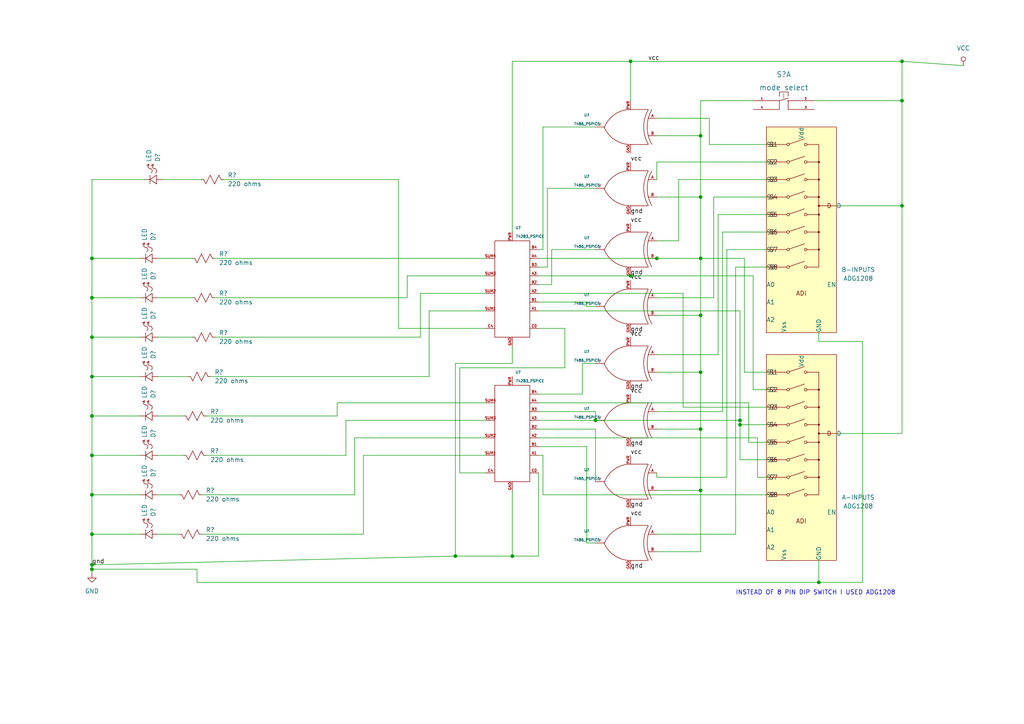
<source format=kicad_sch>
(kicad_sch (version 20211123) (generator eeschema)

  (uuid c34a5fd7-49fc-47c9-a006-cb6f65f80535)

  (paper "A4")

  (lib_symbols
    (symbol "LTspice_Switches:ADG1208" (pin_numbers hide) (pin_names (offset 0.0254)) (in_bom yes) (on_board yes)
      (property "Reference" "X" (id 0) (at 5.08 25.4 0)
        (effects (font (size 1.27 1.27)) (justify bottom))
      )
      (property "Value" "ADG1208" (id 1) (at 0 -27.94 0)
        (effects (font (size 1.27 1.27)))
      )
      (property "Footprint" "" (id 2) (at 0 0 0)
        (effects (font (size 1.27 1.27)) hide)
      )
      (property "Datasheet" "" (id 3) (at 0 0 0)
        (effects (font (size 1.27 1.27)) hide)
      )
      (property "Field5" "ADG1208" (id 4) (at 0 -27.94 0)
        (effects (font (size 1.27 1.27)) hide)
      )
      (property "ki_fp_filters" "X_*" (id 5) (at 0 0 0)
        (effects (font (size 1.27 1.27)) hide)
      )
      (symbol "ADG1208_0_0"
        (rectangle (start -10.16 25.4) (end 10.16 -34.29)
          (stroke (width 0) (type default) (color 0 0 0 0))
          (fill (type background))
        )
        (circle (center -3.81 -15.24) (radius 0.381)
          (stroke (width 0) (type default) (color 0 0 0 0))
          (fill (type none))
        )
        (circle (center -3.81 -10.16) (radius 0.381)
          (stroke (width 0) (type default) (color 0 0 0 0))
          (fill (type none))
        )
        (circle (center -3.81 -5.08) (radius 0.381)
          (stroke (width 0) (type default) (color 0 0 0 0))
          (fill (type none))
        )
        (circle (center -3.81 0) (radius 0.381)
          (stroke (width 0) (type default) (color 0 0 0 0))
          (fill (type none))
        )
        (circle (center -3.81 5.08) (radius 0.381)
          (stroke (width 0) (type default) (color 0 0 0 0))
          (fill (type none))
        )
        (circle (center -3.81 10.16) (radius 0.381)
          (stroke (width 0) (type default) (color 0 0 0 0))
          (fill (type none))
        )
        (circle (center -3.81 15.24) (radius 0.381)
          (stroke (width 0) (type default) (color 0 0 0 0))
          (fill (type none))
        )
        (circle (center -3.81 20.32) (radius 0.381)
          (stroke (width 0) (type default) (color 0 0 0 0))
          (fill (type none))
        )
        (polyline
          (pts
            (xy -10.16 -15.24)
            (xy -4.191 -15.24)
          )
          (stroke (width 0) (type default) (color 0 0 0 0))
          (fill (type none))
        )
        (polyline
          (pts
            (xy -10.16 -10.16)
            (xy -4.191 -10.16)
          )
          (stroke (width 0) (type default) (color 0 0 0 0))
          (fill (type none))
        )
        (polyline
          (pts
            (xy -10.16 -5.08)
            (xy -4.191 -5.08)
          )
          (stroke (width 0) (type default) (color 0 0 0 0))
          (fill (type none))
        )
        (polyline
          (pts
            (xy -10.16 0)
            (xy -4.191 0)
          )
          (stroke (width 0) (type default) (color 0 0 0 0))
          (fill (type none))
        )
        (polyline
          (pts
            (xy -10.16 5.08)
            (xy -4.191 5.08)
          )
          (stroke (width 0) (type default) (color 0 0 0 0))
          (fill (type none))
        )
        (polyline
          (pts
            (xy -10.16 10.16)
            (xy -4.191 10.16)
          )
          (stroke (width 0) (type default) (color 0 0 0 0))
          (fill (type none))
        )
        (polyline
          (pts
            (xy -10.16 15.24)
            (xy -4.191 15.24)
          )
          (stroke (width 0) (type default) (color 0 0 0 0))
          (fill (type none))
        )
        (polyline
          (pts
            (xy -10.16 20.32)
            (xy -4.191 20.32)
          )
          (stroke (width 0) (type default) (color 0 0 0 0))
          (fill (type none))
        )
        (polyline
          (pts
            (xy 0.9398 -13.5636)
            (xy -3.4798 -15.0622)
          )
          (stroke (width 0) (type default) (color 0 0 0 0))
          (fill (type none))
        )
        (polyline
          (pts
            (xy 0.9398 -8.4836)
            (xy -3.4798 -9.9822)
          )
          (stroke (width 0) (type default) (color 0 0 0 0))
          (fill (type none))
        )
        (polyline
          (pts
            (xy 0.9398 -3.4036)
            (xy -3.4798 -4.9022)
          )
          (stroke (width 0) (type default) (color 0 0 0 0))
          (fill (type none))
        )
        (polyline
          (pts
            (xy 0.9398 1.651)
            (xy -3.4798 0.1524)
          )
          (stroke (width 0) (type default) (color 0 0 0 0))
          (fill (type none))
        )
        (polyline
          (pts
            (xy 0.9398 6.731)
            (xy -3.4798 5.2324)
          )
          (stroke (width 0) (type default) (color 0 0 0 0))
          (fill (type none))
        )
        (polyline
          (pts
            (xy 0.9398 11.811)
            (xy -3.4798 10.3124)
          )
          (stroke (width 0) (type default) (color 0 0 0 0))
          (fill (type none))
        )
        (polyline
          (pts
            (xy 0.9398 16.891)
            (xy -3.4798 15.3924)
          )
          (stroke (width 0) (type default) (color 0 0 0 0))
          (fill (type none))
        )
        (polyline
          (pts
            (xy 0.9398 21.971)
            (xy -3.4798 20.4724)
          )
          (stroke (width 0) (type default) (color 0 0 0 0))
          (fill (type none))
        )
        (polyline
          (pts
            (xy 1.651 -15.24)
            (xy 5.08 -15.24)
          )
          (stroke (width 0) (type default) (color 0 0 0 0))
          (fill (type none))
        )
        (polyline
          (pts
            (xy 1.651 -10.16)
            (xy 5.08 -10.16)
          )
          (stroke (width 0) (type default) (color 0 0 0 0))
          (fill (type none))
        )
        (polyline
          (pts
            (xy 1.651 -5.08)
            (xy 5.08 -5.08)
          )
          (stroke (width 0) (type default) (color 0 0 0 0))
          (fill (type none))
        )
        (polyline
          (pts
            (xy 1.651 0)
            (xy 5.08 0)
          )
          (stroke (width 0) (type default) (color 0 0 0 0))
          (fill (type none))
        )
        (polyline
          (pts
            (xy 1.651 5.08)
            (xy 5.08 5.08)
          )
          (stroke (width 0) (type default) (color 0 0 0 0))
          (fill (type none))
        )
        (polyline
          (pts
            (xy 1.651 10.16)
            (xy 5.08 10.16)
          )
          (stroke (width 0) (type default) (color 0 0 0 0))
          (fill (type none))
        )
        (polyline
          (pts
            (xy 1.651 15.24)
            (xy 5.08 15.24)
          )
          (stroke (width 0) (type default) (color 0 0 0 0))
          (fill (type none))
        )
        (polyline
          (pts
            (xy 1.651 20.32)
            (xy 5.08 20.32)
          )
          (stroke (width 0) (type default) (color 0 0 0 0))
          (fill (type none))
        )
        (polyline
          (pts
            (xy 5.08 2.54)
            (xy 10.16 2.54)
          )
          (stroke (width 0) (type default) (color 0 0 0 0))
          (fill (type none))
        )
        (polyline
          (pts
            (xy 5.08 20.32)
            (xy 5.08 -15.24)
          )
          (stroke (width 0) (type default) (color 0 0 0 0))
          (fill (type none))
        )
        (circle (center 1.27 -15.24) (radius 0.381)
          (stroke (width 0) (type default) (color 0 0 0 0))
          (fill (type none))
        )
        (circle (center 1.27 -10.16) (radius 0.381)
          (stroke (width 0) (type default) (color 0 0 0 0))
          (fill (type none))
        )
        (circle (center 1.27 -5.08) (radius 0.381)
          (stroke (width 0) (type default) (color 0 0 0 0))
          (fill (type none))
        )
        (circle (center 1.27 0) (radius 0.381)
          (stroke (width 0) (type default) (color 0 0 0 0))
          (fill (type none))
        )
        (circle (center 1.27 5.08) (radius 0.381)
          (stroke (width 0) (type default) (color 0 0 0 0))
          (fill (type none))
        )
        (circle (center 1.27 10.16) (radius 0.381)
          (stroke (width 0) (type default) (color 0 0 0 0))
          (fill (type none))
        )
        (circle (center 1.27 15.24) (radius 0.381)
          (stroke (width 0) (type default) (color 0 0 0 0))
          (fill (type none))
        )
        (circle (center 1.27 20.32) (radius 0.381)
          (stroke (width 0) (type default) (color 0 0 0 0))
          (fill (type none))
        )
        (circle (center 5.08 -10.16) (radius 0.0762)
          (stroke (width 0) (type default) (color 0 0 0 0))
          (fill (type none))
        )
        (circle (center 5.08 -10.16) (radius 0.1524)
          (stroke (width 0) (type default) (color 0 0 0 0))
          (fill (type none))
        )
        (circle (center 5.08 -10.16) (radius 0.2286)
          (stroke (width 0) (type default) (color 0 0 0 0))
          (fill (type none))
        )
        (circle (center 5.08 -5.08) (radius 0.0762)
          (stroke (width 0) (type default) (color 0 0 0 0))
          (fill (type none))
        )
        (circle (center 5.08 -5.08) (radius 0.1524)
          (stroke (width 0) (type default) (color 0 0 0 0))
          (fill (type none))
        )
        (circle (center 5.08 -5.08) (radius 0.2286)
          (stroke (width 0) (type default) (color 0 0 0 0))
          (fill (type none))
        )
        (circle (center 5.08 0) (radius 0.0762)
          (stroke (width 0) (type default) (color 0 0 0 0))
          (fill (type none))
        )
        (circle (center 5.08 0) (radius 0.1524)
          (stroke (width 0) (type default) (color 0 0 0 0))
          (fill (type none))
        )
        (circle (center 5.08 0) (radius 0.2286)
          (stroke (width 0) (type default) (color 0 0 0 0))
          (fill (type none))
        )
        (circle (center 5.08 2.54) (radius 0.0762)
          (stroke (width 0) (type default) (color 0 0 0 0))
          (fill (type none))
        )
        (circle (center 5.08 2.54) (radius 0.1524)
          (stroke (width 0) (type default) (color 0 0 0 0))
          (fill (type none))
        )
        (circle (center 5.08 2.54) (radius 0.2286)
          (stroke (width 0) (type default) (color 0 0 0 0))
          (fill (type none))
        )
        (circle (center 5.08 5.08) (radius 0.0762)
          (stroke (width 0) (type default) (color 0 0 0 0))
          (fill (type none))
        )
        (circle (center 5.08 5.08) (radius 0.1524)
          (stroke (width 0) (type default) (color 0 0 0 0))
          (fill (type none))
        )
        (circle (center 5.08 5.08) (radius 0.2286)
          (stroke (width 0) (type default) (color 0 0 0 0))
          (fill (type none))
        )
        (circle (center 5.08 10.16) (radius 0.0762)
          (stroke (width 0) (type default) (color 0 0 0 0))
          (fill (type none))
        )
        (circle (center 5.08 10.16) (radius 0.1524)
          (stroke (width 0) (type default) (color 0 0 0 0))
          (fill (type none))
        )
        (circle (center 5.08 10.16) (radius 0.2286)
          (stroke (width 0) (type default) (color 0 0 0 0))
          (fill (type none))
        )
        (circle (center 5.08 15.24) (radius 0.0762)
          (stroke (width 0) (type default) (color 0 0 0 0))
          (fill (type none))
        )
        (circle (center 5.08 15.24) (radius 0.1524)
          (stroke (width 0) (type default) (color 0 0 0 0))
          (fill (type none))
        )
        (circle (center 5.08 15.24) (radius 0.2286)
          (stroke (width 0) (type default) (color 0 0 0 0))
          (fill (type none))
        )
      )
      (symbol "ADG1208_0_1"
        (text "ADI" (at 0 -22.86 0)
          (effects (font (size 1.27 1.27)))
        )
        (text "D" (at 8.0772 2.54 0)
          (effects (font (size 1.27 1.27)))
        )
        (text "S1" (at -8.0772 20.32 0)
          (effects (font (size 1.27 1.27)))
        )
        (text "S2" (at -8.0772 15.24 0)
          (effects (font (size 1.27 1.27)))
        )
        (text "S3" (at -8.0772 10.16 0)
          (effects (font (size 1.27 1.27)))
        )
        (text "S4" (at -8.0772 5.08 0)
          (effects (font (size 1.27 1.27)))
        )
        (text "S5" (at -8.0772 0 0)
          (effects (font (size 1.27 1.27)))
        )
        (text "S6" (at -8.0772 -5.08 0)
          (effects (font (size 1.27 1.27)))
        )
        (text "S7" (at -8.0772 -10.16 0)
          (effects (font (size 1.27 1.27)))
        )
        (text "S8" (at -8.0772 -15.24 0)
          (effects (font (size 1.27 1.27)))
        )
      )
      (symbol "ADG1208_1_1"
        (pin unspecified line (at -10.16 -20.32 0) (length 0)
          (name "A0" (effects (font (size 1.27 1.27))))
          (number "1" (effects (font (size 1.27 1.27))))
        )
        (pin unspecified line (at -10.16 -10.16 0) (length 0)
          (name "S7" (effects (font (size 1.27 1.27))))
          (number "10" (effects (font (size 1.27 1.27))))
        )
        (pin unspecified line (at -10.16 -5.08 0) (length 0)
          (name "S6" (effects (font (size 1.27 1.27))))
          (number "11" (effects (font (size 1.27 1.27))))
        )
        (pin unspecified line (at -10.16 0 0) (length 0)
          (name "S5" (effects (font (size 1.27 1.27))))
          (number "12" (effects (font (size 1.27 1.27))))
        )
        (pin unspecified line (at 0 25.4 270) (length 0)
          (name "Vdd" (effects (font (size 1.27 1.27))))
          (number "13" (effects (font (size 1.27 1.27))))
        )
        (pin unspecified line (at 5.08 -34.29 90) (length 0)
          (name "GND" (effects (font (size 1.27 1.27))))
          (number "14" (effects (font (size 1.27 1.27))))
        )
        (pin unspecified line (at -10.16 -30.48 0) (length 0)
          (name "A2" (effects (font (size 1.27 1.27))))
          (number "15" (effects (font (size 1.27 1.27))))
        )
        (pin unspecified line (at -10.16 -25.4 0) (length 0)
          (name "A1" (effects (font (size 1.27 1.27))))
          (number "16" (effects (font (size 1.27 1.27))))
        )
        (pin unspecified line (at 10.16 -20.32 180) (length 0)
          (name "EN" (effects (font (size 1.27 1.27))))
          (number "2" (effects (font (size 1.27 1.27))))
        )
        (pin unspecified line (at -5.08 -34.29 90) (length 0)
          (name "Vss" (effects (font (size 1.27 1.27))))
          (number "3" (effects (font (size 1.27 1.27))))
        )
        (pin unspecified line (at -10.16 20.32 0) (length 0)
          (name "S1" (effects (font (size 1.27 1.27))))
          (number "4" (effects (font (size 1.27 1.27))))
        )
        (pin unspecified line (at -10.16 15.24 0) (length 0)
          (name "S2" (effects (font (size 1.27 1.27))))
          (number "5" (effects (font (size 1.27 1.27))))
        )
        (pin unspecified line (at -10.16 10.16 0) (length 0)
          (name "S3" (effects (font (size 1.27 1.27))))
          (number "6" (effects (font (size 1.27 1.27))))
        )
        (pin unspecified line (at -10.16 5.08 0) (length 0)
          (name "S4" (effects (font (size 1.27 1.27))))
          (number "7" (effects (font (size 1.27 1.27))))
        )
        (pin unspecified line (at 10.16 2.54 0) (length 0)
          (name "D" (effects (font (size 1.27 1.27))))
          (number "8" (effects (font (size 1.27 1.27))))
        )
        (pin unspecified line (at -10.16 -15.24 0) (length 0)
          (name "S8" (effects (font (size 1.27 1.27))))
          (number "9" (effects (font (size 1.27 1.27))))
        )
      )
    )
    (symbol "LTspice_sym:LED" (pin_numbers hide) (pin_names (offset 0.0254) hide) (in_bom yes) (on_board yes)
      (property "Reference" "D" (id 0) (at 1.905 0 0)
        (effects (font (size 1.27 1.27)) (justify left))
      )
      (property "Value" "LED" (id 1) (at 1.905 -5.08 0)
        (effects (font (size 1.27 1.27)) (justify left))
      )
      (property "Footprint" "" (id 2) (at 0 0 0)
        (effects (font (size 1.27 1.27)) hide)
      )
      (property "Datasheet" "" (id 3) (at 0 0 0)
        (effects (font (size 1.27 1.27)) hide)
      )
      (property "Field5" "D" (id 4) (at 1.905 -5.08 0)
        (effects (font (size 1.27 1.27)) (justify left) hide)
      )
      (property "ki_fp_filters" "D_*" (id 5) (at 0 0 0)
        (effects (font (size 1.27 1.27)) hide)
      )
      (symbol "LED_0_0"
        (polyline
          (pts
            (xy 0 -3.4798)
            (xy 2.54 -3.4798)
          )
          (stroke (width 0) (type default) (color 0 0 0 0))
          (fill (type none))
        )
        (polyline
          (pts
            (xy 0 -1.5748)
            (xy 1.27 -3.4798)
          )
          (stroke (width 0) (type default) (color 0 0 0 0))
          (fill (type none))
        )
        (polyline
          (pts
            (xy 0 -1.5748)
            (xy 2.54 -1.5748)
          )
          (stroke (width 0) (type default) (color 0 0 0 0))
          (fill (type none))
        )
        (polyline
          (pts
            (xy 1.27 -3.4798)
            (xy 1.27 -5.08)
          )
          (stroke (width 0) (type default) (color 0 0 0 0))
          (fill (type none))
        )
        (polyline
          (pts
            (xy 1.27 0)
            (xy 1.27 -1.5748)
          )
          (stroke (width 0) (type default) (color 0 0 0 0))
          (fill (type none))
        )
        (polyline
          (pts
            (xy 2.54 -1.5748)
            (xy 1.27 -3.4798)
          )
          (stroke (width 0) (type default) (color 0 0 0 0))
          (fill (type none))
        )
        (polyline
          (pts
            (xy 5.715 -3.81)
            (xy 5.08 -3.81)
          )
          (stroke (width 0) (type default) (color 0 0 0 0))
          (fill (type none))
        )
        (polyline
          (pts
            (xy 5.715 -3.81)
            (xy 5.3848 -4.445)
          )
          (stroke (width 0) (type default) (color 0 0 0 0))
          (fill (type none))
        )
        (polyline
          (pts
            (xy 5.715 -2.54)
            (xy 5.08 -2.54)
          )
          (stroke (width 0) (type default) (color 0 0 0 0))
          (fill (type none))
        )
        (polyline
          (pts
            (xy 5.715 -2.54)
            (xy 5.3848 -3.175)
          )
          (stroke (width 0) (type default) (color 0 0 0 0))
          (fill (type none))
        )
        (arc (start 4.445 -3.4798) (mid 3.9509 -2.8606) (end 3.175 -3.175)
          (stroke (width 0) (type default) (color 0 0 0 0))
          (fill (type none))
        )
        (arc (start 4.445 -3.4798) (mid 4.9292 -4.0966) (end 5.715 -3.81)
          (stroke (width 0) (type default) (color 0 0 0 0))
          (fill (type none))
        )
        (arc (start 4.445 -2.2098) (mid 3.9509 -1.5906) (end 3.175 -1.905)
          (stroke (width 0) (type default) (color 0 0 0 0))
          (fill (type none))
        )
        (arc (start 4.445 -2.2098) (mid 4.9292 -2.8266) (end 5.715 -2.54)
          (stroke (width 0) (type default) (color 0 0 0 0))
          (fill (type none))
        )
      )
      (symbol "LED_1_1"
        (pin unspecified line (at 1.27 0 0) (length 0)
          (name "+" (effects (font (size 1.27 1.27))))
          (number "1" (effects (font (size 1.27 1.27))))
        )
        (pin unspecified line (at 1.27 -5.08 0) (length 0)
          (name "-" (effects (font (size 1.27 1.27))))
          (number "2" (effects (font (size 1.27 1.27))))
        )
      )
    )
    (symbol "LTspice_sym:res" (pin_numbers hide) (pin_names (offset 0.0254) hide) (in_bom yes) (on_board yes)
      (property "Reference" "R" (id 0) (at 2.8448 -3.175 0)
        (effects (font (size 1.27 1.27)) (justify left))
      )
      (property "Value" "res" (id 1) (at 2.8448 -6.0198 0)
        (effects (font (size 1.27 1.27)) (justify left))
      )
      (property "Footprint" "" (id 2) (at 0 0 0)
        (effects (font (size 1.27 1.27)) hide)
      )
      (property "Datasheet" "" (id 3) (at 0 0 0)
        (effects (font (size 1.27 1.27)) hide)
      )
      (property "Field5" "R" (id 4) (at 2.8448 -6.0198 0)
        (effects (font (size 1.27 1.27)) (justify left) hide)
      )
      (property "ki_fp_filters" "R_*" (id 5) (at 0 0 0)
        (effects (font (size 1.27 1.27)) hide)
      )
      (symbol "res_0_0"
        (polyline
          (pts
            (xy 0 -6.35)
            (xy 1.27 -6.985)
          )
          (stroke (width 0) (type default) (color 0 0 0 0))
          (fill (type none))
        )
        (polyline
          (pts
            (xy 0 -3.81)
            (xy 2.54 -5.08)
          )
          (stroke (width 0) (type default) (color 0 0 0 0))
          (fill (type none))
        )
        (polyline
          (pts
            (xy 1.27 -6.985)
            (xy 1.27 -7.62)
          )
          (stroke (width 0) (type default) (color 0 0 0 0))
          (fill (type none))
        )
        (polyline
          (pts
            (xy 1.27 -1.905)
            (xy 2.54 -2.54)
          )
          (stroke (width 0) (type default) (color 0 0 0 0))
          (fill (type none))
        )
        (polyline
          (pts
            (xy 1.27 -1.27)
            (xy 1.27 -1.905)
          )
          (stroke (width 0) (type default) (color 0 0 0 0))
          (fill (type none))
        )
        (polyline
          (pts
            (xy 2.54 -5.08)
            (xy 0 -6.35)
          )
          (stroke (width 0) (type default) (color 0 0 0 0))
          (fill (type none))
        )
        (polyline
          (pts
            (xy 2.54 -2.54)
            (xy 0 -3.81)
          )
          (stroke (width 0) (type default) (color 0 0 0 0))
          (fill (type none))
        )
      )
      (symbol "res_1_1"
        (pin unspecified line (at 1.27 -1.27 0) (length 0)
          (name "A" (effects (font (size 1.27 1.27))))
          (number "1" (effects (font (size 1.27 1.27))))
        )
        (pin unspecified line (at 1.27 -7.62 0) (length 0)
          (name "B" (effects (font (size 1.27 1.27))))
          (number "2" (effects (font (size 1.27 1.27))))
        )
      )
    )
    (symbol "eSim_PSpice:74283_PSPICE" (pin_names (offset 0.762)) (in_bom yes) (on_board yes)
      (property "Reference" "U" (id 0) (at 0 0 0)
        (effects (font (size 0.762 0.762)) (justify left))
      )
      (property "Value" "74283_PSPICE" (id 1) (at 0 1.524 0)
        (effects (font (size 0.762 0.762)) (justify left))
      )
      (property "Footprint" "" (id 2) (at 0 0 0)
        (effects (font (size 1.27 1.27)) hide)
      )
      (property "Datasheet" "" (id 3) (at 0 0 0)
        (effects (font (size 1.27 1.27)) hide)
      )
      (symbol "74283_PSPICE_0_1"
        (rectangle (start 2.54 2.54) (end 12.7 -25.4)
          (stroke (width 0) (type default) (color 0 0 0 0))
          (fill (type none))
        )
        (pin passive line (at 0 -17.78 0) (length 2.54)
          (name "~" (effects (font (size 0.762 0.762))))
          (number "A1" (effects (font (size 0.762 0.762))))
        )
        (pin passive line (at 0 -12.7 0) (length 2.54)
          (name "~" (effects (font (size 0.762 0.762))))
          (number "A2" (effects (font (size 0.762 0.762))))
        )
        (pin passive line (at 0 -7.62 0) (length 2.54)
          (name "~" (effects (font (size 0.762 0.762))))
          (number "A3" (effects (font (size 0.762 0.762))))
        )
        (pin passive line (at 0 -2.54 0) (length 2.54)
          (name "~" (effects (font (size 0.762 0.762))))
          (number "A4" (effects (font (size 0.762 0.762))))
        )
        (pin passive line (at 0 -15.24 0) (length 2.54)
          (name "~" (effects (font (size 0.762 0.762))))
          (number "B1" (effects (font (size 0.762 0.762))))
        )
        (pin passive line (at 0 -10.16 0) (length 2.54)
          (name "~" (effects (font (size 0.762 0.762))))
          (number "B2" (effects (font (size 0.762 0.762))))
        )
        (pin passive line (at 0 -5.08 0) (length 2.54)
          (name "~" (effects (font (size 0.762 0.762))))
          (number "B3" (effects (font (size 0.762 0.762))))
        )
        (pin passive line (at 0 0 0) (length 2.54)
          (name "~" (effects (font (size 0.762 0.762))))
          (number "B4" (effects (font (size 0.762 0.762))))
        )
        (pin passive line (at 0 -22.86 0) (length 2.54)
          (name "~" (effects (font (size 0.762 0.762))))
          (number "C0" (effects (font (size 0.762 0.762))))
        )
        (pin passive line (at 15.24 -22.86 180) (length 2.54)
          (name "~" (effects (font (size 0.762 0.762))))
          (number "C4" (effects (font (size 0.762 0.762))))
        )
        (pin power_in line (at 7.62 -27.94 90) (length 2.54)
          (name "~" (effects (font (size 0.762 0.762))))
          (number "GND" (effects (font (size 0.762 0.762))))
        )
        (pin power_in line (at 7.62 5.08 270) (length 2.54)
          (name "~" (effects (font (size 0.762 0.762))))
          (number "PWR" (effects (font (size 0.762 0.762))))
        )
        (pin passive line (at 15.24 -17.78 180) (length 2.54)
          (name "~" (effects (font (size 0.762 0.762))))
          (number "SUM1" (effects (font (size 0.762 0.762))))
        )
        (pin passive line (at 15.24 -12.7 180) (length 2.54)
          (name "~" (effects (font (size 0.762 0.762))))
          (number "SUM2" (effects (font (size 0.762 0.762))))
        )
        (pin passive line (at 15.24 -7.62 180) (length 2.54)
          (name "~" (effects (font (size 0.762 0.762))))
          (number "SUM3" (effects (font (size 0.762 0.762))))
        )
        (pin passive line (at 15.24 -2.54 180) (length 2.54)
          (name "~" (effects (font (size 0.762 0.762))))
          (number "SUM4" (effects (font (size 0.762 0.762))))
        )
      )
    )
    (symbol "eSim_PSpice:7486_PSPICE" (pin_names (offset 0.762)) (in_bom yes) (on_board yes)
      (property "Reference" "U" (id 0) (at 0 0 0)
        (effects (font (size 0.762 0.762)) (justify left))
      )
      (property "Value" "7486_PSPICE" (id 1) (at 0 1.524 0)
        (effects (font (size 0.762 0.762)) (justify left))
      )
      (property "Footprint" "" (id 2) (at 0 0 0)
        (effects (font (size 1.27 1.27)) hide)
      )
      (property "Datasheet" "" (id 3) (at 0 0 0)
        (effects (font (size 1.27 1.27)) hide)
      )
      (symbol "7486_PSPICE_0_1"
        (polyline
          (pts
            (xy 2.54 -7.62)
            (xy 7.62 -7.62)
          )
          (stroke (width 0) (type default) (color 0 0 0 0))
          (fill (type none))
        )
        (polyline
          (pts
            (xy 2.54 2.54)
            (xy 7.62 2.54)
          )
          (stroke (width 0) (type default) (color 0 0 0 0))
          (fill (type none))
        )
        (arc (start 1.4478 -7.5692) (mid 2.7817 -2.54) (end 1.4478 2.4892)
          (stroke (width 0) (type default) (color 0 0 0 0))
          (fill (type none))
        )
        (arc (start 2.4638 -7.5692) (mid 3.7977 -2.54) (end 2.4638 2.4892)
          (stroke (width 0) (type default) (color 0 0 0 0))
          (fill (type none))
        )
        (arc (start 7.62 -7.62) (mid 12.2189 -6.2457) (end 15.2908 -2.5654)
          (stroke (width 0) (type default) (color 0 0 0 0))
          (fill (type none))
        )
        (arc (start 15.1638 -2.5654) (mid 12.1742 1.1429) (end 7.62 2.54)
          (stroke (width 0) (type default) (color 0 0 0 0))
          (fill (type none))
        )
        (pin input line (at 0 0 0) (length 2.54)
          (name "~" (effects (font (size 0.762 0.762))))
          (number "A" (effects (font (size 0.762 0.762))))
        )
        (pin input line (at 0 -5.08 0) (length 2.54)
          (name "~" (effects (font (size 0.762 0.762))))
          (number "B" (effects (font (size 0.762 0.762))))
        )
        (pin power_in line (at 7.62 -10.16 90) (length 2.54)
          (name "~" (effects (font (size 0.762 0.762))))
          (number "GND" (effects (font (size 0.762 0.762))))
        )
        (pin power_in line (at 7.62 5.08 270) (length 2.54)
          (name "~" (effects (font (size 0.762 0.762))))
          (number "PWR" (effects (font (size 0.762 0.762))))
        )
        (pin output line (at 17.78 -2.54 180) (length 2.54)
          (name "~" (effects (font (size 0.762 0.762))))
          (number "Y" (effects (font (size 0.762 0.762))))
        )
      )
    )
    (symbol "eSim_Power:eSim_GND" (power) (pin_names (offset 0)) (in_bom yes) (on_board yes)
      (property "Reference" "#PWR" (id 0) (at 0 -6.35 0)
        (effects (font (size 1.27 1.27)) hide)
      )
      (property "Value" "eSim_GND" (id 1) (at 0 -3.81 0)
        (effects (font (size 1.27 1.27)))
      )
      (property "Footprint" "" (id 2) (at 0 0 0)
        (effects (font (size 1.27 1.27)) hide)
      )
      (property "Datasheet" "" (id 3) (at 0 0 0)
        (effects (font (size 1.27 1.27)) hide)
      )
      (symbol "eSim_GND_0_1"
        (polyline
          (pts
            (xy 0 0)
            (xy 0 -1.27)
            (xy 1.27 -1.27)
            (xy 0 -2.54)
            (xy -1.27 -1.27)
            (xy 0 -1.27)
          )
          (stroke (width 0) (type default) (color 0 0 0 0))
          (fill (type none))
        )
      )
      (symbol "eSim_GND_1_1"
        (pin power_in line (at 0 0 270) (length 0) hide
          (name "GND" (effects (font (size 1.27 1.27))))
          (number "1" (effects (font (size 1.27 1.27))))
        )
      )
    )
    (symbol "eSim_Power:eSim_VCC" (power) (pin_names (offset 0)) (in_bom yes) (on_board yes)
      (property "Reference" "#PWR" (id 0) (at 0 -3.81 0)
        (effects (font (size 1.27 1.27)) hide)
      )
      (property "Value" "eSim_VCC" (id 1) (at 0 3.81 0)
        (effects (font (size 1.27 1.27)))
      )
      (property "Footprint" "" (id 2) (at 0 0 0)
        (effects (font (size 1.27 1.27)) hide)
      )
      (property "Datasheet" "" (id 3) (at 0 0 0)
        (effects (font (size 1.27 1.27)) hide)
      )
      (symbol "eSim_VCC_0_1"
        (polyline
          (pts
            (xy 0 0)
            (xy 0 1.27)
          )
          (stroke (width 0) (type default) (color 0 0 0 0))
          (fill (type none))
        )
        (circle (center 0 1.905) (radius 0.635)
          (stroke (width 0) (type default) (color 0 0 0 0))
          (fill (type none))
        )
      )
      (symbol "eSim_VCC_1_1"
        (pin power_in line (at 0 0 90) (length 0) hide
          (name "VCC" (effects (font (size 1.27 1.27))))
          (number "1" (effects (font (size 1.27 1.27))))
        )
      )
    )
    (symbol "eSim_Subckt:switch1" (pin_names (offset 1.016)) (in_bom yes) (on_board yes)
      (property "Reference" "S" (id 0) (at 0.254 5.08 0)
        (effects (font (size 1.524 1.524)))
      )
      (property "Value" "switch1" (id 1) (at 0.254 -2.794 0)
        (effects (font (size 1.524 1.524)))
      )
      (property "Footprint" "" (id 2) (at 0.508 1.27 0)
        (effects (font (size 1.524 1.524)) hide)
      )
      (property "Datasheet" "" (id 3) (at 0.508 1.27 0)
        (effects (font (size 1.524 1.524)) hide)
      )
      (symbol "switch1_0_1"
        (polyline
          (pts
            (xy -1.27 0)
            (xy -1.27 0)
          )
          (stroke (width 0) (type default) (color 0 0 0 0))
          (fill (type none))
        )
        (polyline
          (pts
            (xy -1.27 1.27)
            (xy 1.27 2.032)
          )
          (stroke (width 0) (type default) (color 0 0 0 0))
          (fill (type none))
        )
        (polyline
          (pts
            (xy 0 2.286)
            (xy 0 2.032)
          )
          (stroke (width 0) (type default) (color 0 0 0 0))
          (fill (type none))
        )
        (polyline
          (pts
            (xy 0 2.794)
            (xy 0 2.54)
          )
          (stroke (width 0) (type default) (color 0 0 0 0))
          (fill (type none))
        )
        (polyline
          (pts
            (xy 0 3.302)
            (xy 0 3.048)
          )
          (stroke (width 0) (type default) (color 0 0 0 0))
          (fill (type none))
        )
        (polyline
          (pts
            (xy 1.27 -1.27)
            (xy 3.81 -1.27)
          )
          (stroke (width 0) (type default) (color 0 0 0 0))
          (fill (type none))
        )
        (polyline
          (pts
            (xy 1.27 1.27)
            (xy 1.016 1.27)
          )
          (stroke (width 0) (type default) (color 0 0 0 0))
          (fill (type none))
        )
        (polyline
          (pts
            (xy 1.27 1.27)
            (xy 1.27 -1.27)
          )
          (stroke (width 0) (type default) (color 0 0 0 0))
          (fill (type none))
        )
        (polyline
          (pts
            (xy 1.27 1.27)
            (xy 3.81 1.27)
          )
          (stroke (width 0) (type default) (color 0 0 0 0))
          (fill (type none))
        )
        (polyline
          (pts
            (xy -3.81 1.27)
            (xy -1.27 1.27)
            (xy -1.27 -1.27)
            (xy -3.81 -1.27)
          )
          (stroke (width 0) (type default) (color 0 0 0 0))
          (fill (type none))
        )
        (polyline
          (pts
            (xy -1.27 2.54)
            (xy -1.27 3.81)
            (xy 1.27 3.81)
            (xy 1.27 2.54)
          )
          (stroke (width 0) (type default) (color 0 0 0 0))
          (fill (type none))
        )
      )
      (symbol "switch1_1_1"
        (pin bidirectional line (at -8.89 1.27 0) (length 5.08)
          (name "~" (effects (font (size 1.27 1.27))))
          (number "1" (effects (font (size 0.6096 0.6096))))
        )
        (pin bidirectional line (at 8.89 1.27 180) (length 5.08)
          (name "~" (effects (font (size 1.27 1.27))))
          (number "2" (effects (font (size 0.6096 0.6096))))
        )
        (pin bidirectional line (at 8.89 -1.27 180) (length 5.08)
          (name "~" (effects (font (size 1.27 1.27))))
          (number "3" (effects (font (size 0.6096 0.6096))))
        )
        (pin bidirectional line (at -8.89 -1.27 0) (length 5.08)
          (name "~" (effects (font (size 1.27 1.27))))
          (number "4" (effects (font (size 0.6096 0.6096))))
        )
      )
      (symbol "switch1_2_1"
        (pin bidirectional line (at -8.89 -1.27 0) (length 5.08)
          (name "~" (effects (font (size 1.27 1.27))))
          (number "??" (effects (font (size 0.6096 0.6096))))
        )
        (pin bidirectional line (at -8.89 1.27 0) (length 5.08)
          (name "~" (effects (font (size 1.27 1.27))))
          (number "??" (effects (font (size 0.6096 0.6096))))
        )
        (pin bidirectional line (at -0.889 0.635 180) (length 5.08)
          (name "~" (effects (font (size 1.27 1.27))))
          (number "??" (effects (font (size 0.6096 0.6096))))
        )
        (pin bidirectional line (at 8.89 -1.27 180) (length 5.08)
          (name "~" (effects (font (size 1.27 1.27))))
          (number "??" (effects (font (size 0.6096 0.6096))))
        )
        (pin bidirectional line (at 8.89 1.27 180) (length 5.08)
          (name "~" (effects (font (size 1.27 1.27))))
          (number "??" (effects (font (size 0.6096 0.6096))))
        )
      )
      (symbol "switch1_3_1"
        (pin bidirectional line (at -8.89 -1.27 0) (length 5.08)
          (name "~" (effects (font (size 1.27 1.27))))
          (number "??" (effects (font (size 0.6096 0.6096))))
        )
        (pin bidirectional line (at -8.89 1.27 0) (length 5.08)
          (name "~" (effects (font (size 1.27 1.27))))
          (number "??" (effects (font (size 0.6096 0.6096))))
        )
        (pin bidirectional line (at -0.889 0.635 180) (length 5.08)
          (name "~" (effects (font (size 1.27 1.27))))
          (number "??" (effects (font (size 0.6096 0.6096))))
        )
        (pin bidirectional line (at 8.89 -1.27 180) (length 5.08)
          (name "~" (effects (font (size 1.27 1.27))))
          (number "??" (effects (font (size 0.6096 0.6096))))
        )
        (pin bidirectional line (at 8.89 1.27 180) (length 5.08)
          (name "~" (effects (font (size 1.27 1.27))))
          (number "??" (effects (font (size 0.6096 0.6096))))
        )
      )
      (symbol "switch1_4_1"
        (pin bidirectional line (at -8.89 -1.27 0) (length 5.08)
          (name "~" (effects (font (size 1.27 1.27))))
          (number "??" (effects (font (size 0.6096 0.6096))))
        )
        (pin bidirectional line (at -8.89 1.27 0) (length 5.08)
          (name "~" (effects (font (size 1.27 1.27))))
          (number "??" (effects (font (size 0.6096 0.6096))))
        )
        (pin bidirectional line (at -0.889 0.635 180) (length 5.08)
          (name "~" (effects (font (size 1.27 1.27))))
          (number "??" (effects (font (size 0.6096 0.6096))))
        )
        (pin bidirectional line (at 8.89 -1.27 180) (length 5.08)
          (name "~" (effects (font (size 1.27 1.27))))
          (number "??" (effects (font (size 0.6096 0.6096))))
        )
        (pin bidirectional line (at 8.89 1.27 180) (length 5.08)
          (name "~" (effects (font (size 1.27 1.27))))
          (number "??" (effects (font (size 0.6096 0.6096))))
        )
      )
    )
  )

  (junction (at 203.2 142.24) (diameter 0) (color 0 0 0 0)
    (uuid 059d3efa-37c8-4f55-9708-844af65e447d)
  )
  (junction (at 26.67 74.93) (diameter 0) (color 0 0 0 0)
    (uuid 07c9d63c-2009-4682-84cb-7761bcbd70c4)
  )
  (junction (at 26.67 154.94) (diameter 0) (color 0 0 0 0)
    (uuid 13215c53-04d2-4893-9731-fda5cd0808c5)
  )
  (junction (at 190.5 74.93) (diameter 0) (color 0 0 0 0)
    (uuid 1b6cf78b-87e1-4d98-90dc-144751863f1b)
  )
  (junction (at 203.2 39.37) (diameter 0) (color 0 0 0 0)
    (uuid 1fec254f-494f-4681-9048-a588e8bf64f2)
  )
  (junction (at 26.67 97.79) (diameter 0) (color 0 0 0 0)
    (uuid 2617e4fd-c898-44fc-9357-2c66c2860591)
  )
  (junction (at 261.62 17.78) (diameter 0) (color 0 0 0 0)
    (uuid 2bcb1db5-6b6c-4d71-879c-adabc63c55f5)
  )
  (junction (at 203.2 57.15) (diameter 0) (color 0 0 0 0)
    (uuid 3beb500b-e937-4e9c-9386-3e956f7bfce6)
  )
  (junction (at 26.67 163.83) (diameter 0) (color 0 0 0 0)
    (uuid 4be160d3-1f40-4d75-9b6a-7fc2ae960a9f)
  )
  (junction (at 261.62 59.69) (diameter 0) (color 0 0 0 0)
    (uuid 51f30efb-c966-485f-9b51-cea36bb9c7da)
  )
  (junction (at 26.67 120.65) (diameter 0) (color 0 0 0 0)
    (uuid 526d8ae5-bb69-49ed-9aca-fa26f4b1a55f)
  )
  (junction (at 182.88 80.01) (diameter 0) (color 0 0 0 0)
    (uuid 53837a41-249c-4b77-80d5-cbe395169ad3)
  )
  (junction (at 214.63 121.92) (diameter 0) (color 0 0 0 0)
    (uuid 578d15ef-289b-41f8-b4b0-0f9a876300f4)
  )
  (junction (at 203.2 74.93) (diameter 0) (color 0 0 0 0)
    (uuid 5f4bd04e-c0fc-49f1-856c-bd80a58e1230)
  )
  (junction (at 261.62 29.21) (diameter 0) (color 0 0 0 0)
    (uuid 6552929b-35ae-4dd6-a5b3-b66a300db73f)
  )
  (junction (at 203.2 107.95) (diameter 0) (color 0 0 0 0)
    (uuid 7c827a3b-eade-40c9-adeb-91f3a2b1d49a)
  )
  (junction (at 26.67 109.22) (diameter 0) (color 0 0 0 0)
    (uuid 8a7ed198-cf27-41ad-bfa2-be7793e174f7)
  )
  (junction (at 148.59 161.29) (diameter 0) (color 0 0 0 0)
    (uuid 946a4e1c-e754-4b39-b99c-6ae8ba55abbe)
  )
  (junction (at 172.72 121.92) (diameter 0) (color 0 0 0 0)
    (uuid 97fd8d77-559e-4aa2-a602-d33d41436264)
  )
  (junction (at 132.08 161.29) (diameter 0) (color 0 0 0 0)
    (uuid 98709815-6ffb-45e0-a4aa-71b2de06f1f1)
  )
  (junction (at 26.67 86.36) (diameter 0) (color 0 0 0 0)
    (uuid 9b654abc-6eee-4ae5-9e33-104ecd5f7b37)
  )
  (junction (at 26.67 143.51) (diameter 0) (color 0 0 0 0)
    (uuid a8a858a6-b180-47c3-b08c-bfefc477dda5)
  )
  (junction (at 203.2 91.44) (diameter 0) (color 0 0 0 0)
    (uuid ae857b9a-9505-4546-bf8b-497fd0898d58)
  )
  (junction (at 203.2 124.46) (diameter 0) (color 0 0 0 0)
    (uuid b46243cf-be9b-4626-884d-cd0172a4a78f)
  )
  (junction (at 26.67 132.08) (diameter 0) (color 0 0 0 0)
    (uuid b7bf4a00-6c8b-48be-b75f-216a118e934c)
  )
  (junction (at 26.67 165.1) (diameter 0) (color 0 0 0 0)
    (uuid c19950f0-90df-42d6-9038-68c4c1c14933)
  )
  (junction (at 214.63 123.19) (diameter 0) (color 0 0 0 0)
    (uuid c9d5f250-5270-4075-9c62-3b12b24cba70)
  )
  (junction (at 182.88 17.78) (diameter 0) (color 0 0 0 0)
    (uuid d412a04c-5535-40e4-862e-46cbc5392fa3)
  )
  (junction (at 237.49 168.91) (diameter 0) (color 0 0 0 0)
    (uuid e38e3bea-34bd-4249-9c5c-d3eb924c115c)
  )

  (wire (pts (xy 158.75 77.47) (xy 156.21 77.47))
    (stroke (width 0) (type default) (color 0 0 0 0))
    (uuid 013288b8-0d83-4622-b196-7ae56694d794)
  )
  (wire (pts (xy 261.62 29.21) (xy 261.62 59.69))
    (stroke (width 0) (type default) (color 0 0 0 0))
    (uuid 014ee159-e3f8-4fbf-9559-b4824182fc85)
  )
  (wire (pts (xy 190.5 91.44) (xy 203.2 91.44))
    (stroke (width 0) (type default) (color 0 0 0 0))
    (uuid 01973bf6-c58e-4376-9d0f-bd9e9e8e0e6e)
  )
  (wire (pts (xy 156.21 129.54) (xy 170.18 129.54))
    (stroke (width 0) (type default) (color 0 0 0 0))
    (uuid 0280c3ec-ccc6-4c3b-9d68-3163aefd8b72)
  )
  (wire (pts (xy 156.21 80.01) (xy 182.88 80.01))
    (stroke (width 0) (type default) (color 0 0 0 0))
    (uuid 03211dcd-6f9c-43fe-8338-61850fd88915)
  )
  (wire (pts (xy 163.83 95.25) (xy 163.83 106.68))
    (stroke (width 0) (type default) (color 0 0 0 0))
    (uuid 03853e14-6c25-43d3-a499-fe4eb12ba919)
  )
  (wire (pts (xy 209.55 67.31) (xy 209.55 119.38))
    (stroke (width 0) (type default) (color 0 0 0 0))
    (uuid 05da919b-4be7-4b1c-b8e8-382d5929e3d0)
  )
  (wire (pts (xy 203.2 160.02) (xy 190.5 160.02))
    (stroke (width 0) (type default) (color 0 0 0 0))
    (uuid 063a2326-f49c-4eec-bf5a-9feb51f9e9ab)
  )
  (wire (pts (xy 236.22 29.21) (xy 261.62 29.21))
    (stroke (width 0) (type default) (color 0 0 0 0))
    (uuid 06c2cece-b457-406e-9f72-208ce0088da9)
  )
  (wire (pts (xy 57.15 168.91) (xy 57.15 165.1))
    (stroke (width 0) (type default) (color 0 0 0 0))
    (uuid 07af4ffb-d874-4dde-9269-00010b259032)
  )
  (wire (pts (xy 118.11 86.36) (xy 62.23 86.36))
    (stroke (width 0) (type default) (color 0 0 0 0))
    (uuid 084247f0-85c6-49d2-8503-3077de1bc264)
  )
  (wire (pts (xy 172.72 124.46) (xy 156.21 124.46))
    (stroke (width 0) (type default) (color 0 0 0 0))
    (uuid 09380b5a-f7fc-48d0-8731-379aeb328756)
  )
  (wire (pts (xy 217.17 116.84) (xy 217.17 128.27))
    (stroke (width 0) (type default) (color 0 0 0 0))
    (uuid 0a20da54-ee61-4bda-a10e-b0bacca8808e)
  )
  (wire (pts (xy 140.97 121.92) (xy 100.33 121.92))
    (stroke (width 0) (type default) (color 0 0 0 0))
    (uuid 0b49800a-d1d8-4772-a1f7-a0fc5e941fbe)
  )
  (wire (pts (xy 115.57 52.07) (xy 64.77 52.07))
    (stroke (width 0) (type default) (color 0 0 0 0))
    (uuid 0b6e29bb-364d-43de-a734-6d93f7a0078e)
  )
  (wire (pts (xy 222.25 118.11) (xy 198.12 118.11))
    (stroke (width 0) (type default) (color 0 0 0 0))
    (uuid 0ba3bb7d-f59e-47c4-80e0-934604c96c62)
  )
  (wire (pts (xy 190.5 57.15) (xy 203.2 57.15))
    (stroke (width 0) (type default) (color 0 0 0 0))
    (uuid 0d5d2de7-190a-483b-a022-b41f9d4f5678)
  )
  (wire (pts (xy 100.33 121.92) (xy 100.33 132.08))
    (stroke (width 0) (type default) (color 0 0 0 0))
    (uuid 0e4fc68b-533d-485d-9c9b-b39f4540709c)
  )
  (wire (pts (xy 45.72 132.08) (xy 53.34 132.08))
    (stroke (width 0) (type default) (color 0 0 0 0))
    (uuid 0f676d50-9f4c-41e4-bb0d-8c4103b7918d)
  )
  (wire (pts (xy 214.63 90.17) (xy 214.63 121.92))
    (stroke (width 0) (type default) (color 0 0 0 0))
    (uuid 105cd9f7-2765-4d0c-9810-ca9684893000)
  )
  (wire (pts (xy 156.21 74.93) (xy 190.5 74.93))
    (stroke (width 0) (type default) (color 0 0 0 0))
    (uuid 1377bf42-2806-46c0-9818-8f1c2850bbb2)
  )
  (wire (pts (xy 157.48 72.39) (xy 156.21 72.39))
    (stroke (width 0) (type default) (color 0 0 0 0))
    (uuid 16d225f6-fc3a-4c6e-b5ac-a8430a5a83ab)
  )
  (wire (pts (xy 213.36 77.47) (xy 222.25 77.47))
    (stroke (width 0) (type default) (color 0 0 0 0))
    (uuid 1700a520-a061-4e87-94e8-3538886294e4)
  )
  (wire (pts (xy 156.21 95.25) (xy 163.83 95.25))
    (stroke (width 0) (type default) (color 0 0 0 0))
    (uuid 176dfee9-606f-4924-ba84-263c70696968)
  )
  (wire (pts (xy 210.82 72.39) (xy 210.82 138.43))
    (stroke (width 0) (type default) (color 0 0 0 0))
    (uuid 1a68ca51-c359-407a-8cb1-ca2d5eff1713)
  )
  (wire (pts (xy 190.5 137.16) (xy 190.5 138.43))
    (stroke (width 0) (type default) (color 0 0 0 0))
    (uuid 1b29ddd2-19c1-4c02-a6d7-1ba323b63559)
  )
  (wire (pts (xy 124.46 109.22) (xy 60.96 109.22))
    (stroke (width 0) (type default) (color 0 0 0 0))
    (uuid 1b4ffa8d-f844-450c-ab31-fb8bec38c830)
  )
  (wire (pts (xy 45.72 120.65) (xy 53.34 120.65))
    (stroke (width 0) (type default) (color 0 0 0 0))
    (uuid 1b837ac7-6e18-4844-9a97-92b0b38ab0ba)
  )
  (wire (pts (xy 172.72 36.83) (xy 157.48 36.83))
    (stroke (width 0) (type default) (color 0 0 0 0))
    (uuid 1b8c3d29-28e0-48b0-8a70-9b61b0ff845f)
  )
  (wire (pts (xy 157.48 36.83) (xy 157.48 72.39))
    (stroke (width 0) (type default) (color 0 0 0 0))
    (uuid 1d6d1c35-a654-45c1-a321-4de2f6dfc1bf)
  )
  (wire (pts (xy 196.85 52.07) (xy 196.85 69.85))
    (stroke (width 0) (type default) (color 0 0 0 0))
    (uuid 1ecf83d0-eff6-4ebd-87de-e3b8af07aea3)
  )
  (wire (pts (xy 45.72 97.79) (xy 55.88 97.79))
    (stroke (width 0) (type default) (color 0 0 0 0))
    (uuid 200092cf-40b2-4cf7-8ec5-ad944737581a)
  )
  (wire (pts (xy 172.72 54.61) (xy 158.75 54.61))
    (stroke (width 0) (type default) (color 0 0 0 0))
    (uuid 212a2a99-2087-453f-9a8f-c3570d8f29d8)
  )
  (wire (pts (xy 219.71 127) (xy 219.71 138.43))
    (stroke (width 0) (type default) (color 0 0 0 0))
    (uuid 214d8a40-faf3-4b75-a039-6b801ae8bfee)
  )
  (wire (pts (xy 157.48 132.08) (xy 156.21 132.08))
    (stroke (width 0) (type default) (color 0 0 0 0))
    (uuid 21f11d6e-d992-433b-a61b-092ef1de0ec3)
  )
  (wire (pts (xy 26.67 154.94) (xy 26.67 163.83))
    (stroke (width 0) (type default) (color 0 0 0 0))
    (uuid 227c13f9-614a-477b-984a-9e44bac44691)
  )
  (wire (pts (xy 242.57 59.69) (xy 261.62 59.69))
    (stroke (width 0) (type default) (color 0 0 0 0))
    (uuid 24d24894-8302-4d43-8f9b-10b6e0a72f40)
  )
  (wire (pts (xy 190.5 142.24) (xy 203.2 142.24))
    (stroke (width 0) (type default) (color 0 0 0 0))
    (uuid 25348132-2cc3-4c92-8afa-7bcbd8bc770a)
  )
  (wire (pts (xy 132.08 105.41) (xy 132.08 161.29))
    (stroke (width 0) (type default) (color 0 0 0 0))
    (uuid 271210a9-b0ea-4c2a-bd58-12057fca1e22)
  )
  (wire (pts (xy 160.02 72.39) (xy 160.02 82.55))
    (stroke (width 0) (type default) (color 0 0 0 0))
    (uuid 27dd5c80-1cb0-4923-9c95-a95263a98f9b)
  )
  (wire (pts (xy 156.21 119.38) (xy 172.72 119.38))
    (stroke (width 0) (type default) (color 0 0 0 0))
    (uuid 29a86976-2ce9-442a-a9d5-ce2817cc8f89)
  )
  (wire (pts (xy 140.97 132.08) (xy 105.41 132.08))
    (stroke (width 0) (type default) (color 0 0 0 0))
    (uuid 29d53588-f78e-439c-ac44-3da303d7003c)
  )
  (wire (pts (xy 190.5 107.95) (xy 203.2 107.95))
    (stroke (width 0) (type default) (color 0 0 0 0))
    (uuid 2ba3ab7b-684b-4b28-822b-5fdf8cf0fd4b)
  )
  (wire (pts (xy 242.57 125.73) (xy 261.62 125.73))
    (stroke (width 0) (type default) (color 0 0 0 0))
    (uuid 2cf77802-0f1b-4a63-a82f-4a090614bac3)
  )
  (wire (pts (xy 57.15 168.91) (xy 237.49 168.91))
    (stroke (width 0) (type default) (color 0 0 0 0))
    (uuid 2e6d227a-de95-489b-b636-20de980bd0b4)
  )
  (wire (pts (xy 261.62 59.69) (xy 261.62 125.73))
    (stroke (width 0) (type default) (color 0 0 0 0))
    (uuid 2e9b3ffd-83ed-4d50-95ba-667bbc8ca13d)
  )
  (wire (pts (xy 148.59 105.41) (xy 132.08 105.41))
    (stroke (width 0) (type default) (color 0 0 0 0))
    (uuid 2efb5713-dc28-4d43-a59d-53f3c32cb98c)
  )
  (wire (pts (xy 214.63 121.92) (xy 214.63 123.19))
    (stroke (width 0) (type default) (color 0 0 0 0))
    (uuid 2f35fb4e-c9da-4954-bda7-e546de7afebe)
  )
  (wire (pts (xy 208.28 62.23) (xy 208.28 102.87))
    (stroke (width 0) (type default) (color 0 0 0 0))
    (uuid 3193f065-e102-469e-99f0-dc05b1e067fd)
  )
  (wire (pts (xy 261.62 29.21) (xy 261.62 17.78))
    (stroke (width 0) (type default) (color 0 0 0 0))
    (uuid 321c6da0-c0b0-416d-bac6-87cadb8d71c1)
  )
  (wire (pts (xy 190.5 74.93) (xy 203.2 74.93))
    (stroke (width 0) (type default) (color 0 0 0 0))
    (uuid 334552d2-6b93-4016-809c-830685dde555)
  )
  (wire (pts (xy 170.18 87.63) (xy 156.21 87.63))
    (stroke (width 0) (type default) (color 0 0 0 0))
    (uuid 33a947ed-7b9b-427b-88dc-425e9082e601)
  )
  (wire (pts (xy 121.92 97.79) (xy 62.23 97.79))
    (stroke (width 0) (type default) (color 0 0 0 0))
    (uuid 344db0ba-2006-43b3-a5fd-98967d843846)
  )
  (wire (pts (xy 203.2 29.21) (xy 203.2 39.37))
    (stroke (width 0) (type default) (color 0 0 0 0))
    (uuid 35df0cc0-4d55-48ab-b229-1ff446756692)
  )
  (wire (pts (xy 115.57 95.25) (xy 115.57 52.07))
    (stroke (width 0) (type default) (color 0 0 0 0))
    (uuid 3838d1d4-7365-48b9-a620-76249f545f2f)
  )
  (wire (pts (xy 209.55 119.38) (xy 190.5 119.38))
    (stroke (width 0) (type default) (color 0 0 0 0))
    (uuid 38736b69-73db-4fa3-beed-28f0d18ac94d)
  )
  (wire (pts (xy 196.85 69.85) (xy 190.5 69.85))
    (stroke (width 0) (type default) (color 0 0 0 0))
    (uuid 38e2969e-c2c8-470c-9349-d01ca0773664)
  )
  (wire (pts (xy 261.62 17.78) (xy 279.4 19.05))
    (stroke (width 0) (type default) (color 0 0 0 0))
    (uuid 39577024-3469-4cb2-ba3e-b714dc9c85ff)
  )
  (wire (pts (xy 219.71 138.43) (xy 222.25 138.43))
    (stroke (width 0) (type default) (color 0 0 0 0))
    (uuid 3ab59679-0a71-48c0-91ee-cfe373f9d2a6)
  )
  (wire (pts (xy 208.28 102.87) (xy 190.5 102.87))
    (stroke (width 0) (type default) (color 0 0 0 0))
    (uuid 3e7298cf-b276-457e-9260-c4700aa68e15)
  )
  (wire (pts (xy 148.59 67.31) (xy 148.59 17.78))
    (stroke (width 0) (type default) (color 0 0 0 0))
    (uuid 424c5d17-5221-45b1-bcff-3d3888082d1e)
  )
  (wire (pts (xy 46.99 52.07) (xy 58.42 52.07))
    (stroke (width 0) (type default) (color 0 0 0 0))
    (uuid 45b49c59-4034-4773-b757-c5f0cde69fbd)
  )
  (wire (pts (xy 222.25 57.15) (xy 207.01 57.15))
    (stroke (width 0) (type default) (color 0 0 0 0))
    (uuid 45ef4ae1-1e2f-4263-b829-ff2eef039fca)
  )
  (wire (pts (xy 222.25 123.19) (xy 214.63 123.19))
    (stroke (width 0) (type default) (color 0 0 0 0))
    (uuid 46732ce6-0383-4936-bcd9-892a50089bcb)
  )
  (wire (pts (xy 102.87 143.51) (xy 102.87 127))
    (stroke (width 0) (type default) (color 0 0 0 0))
    (uuid 46ce5672-d0e7-4f3e-b6c4-5d48a69df6f0)
  )
  (wire (pts (xy 190.5 138.43) (xy 210.82 138.43))
    (stroke (width 0) (type default) (color 0 0 0 0))
    (uuid 46f45283-8712-427c-94ab-30b6c5f30db3)
  )
  (wire (pts (xy 102.87 127) (xy 140.97 127))
    (stroke (width 0) (type default) (color 0 0 0 0))
    (uuid 49fcca79-9071-4634-ac6c-f60bf93431fb)
  )
  (wire (pts (xy 140.97 80.01) (xy 118.11 80.01))
    (stroke (width 0) (type default) (color 0 0 0 0))
    (uuid 4a78d19a-1fae-4682-9907-fa859613e564)
  )
  (wire (pts (xy 190.5 46.99) (xy 190.5 52.07))
    (stroke (width 0) (type default) (color 0 0 0 0))
    (uuid 4b696cf9-2168-47bf-b3bf-bff4fb6f0fab)
  )
  (wire (pts (xy 222.25 41.91) (xy 205.74 41.91))
    (stroke (width 0) (type default) (color 0 0 0 0))
    (uuid 4ce46165-46f0-490a-b83f-995b511e2235)
  )
  (wire (pts (xy 133.35 106.68) (xy 133.35 137.16))
    (stroke (width 0) (type default) (color 0 0 0 0))
    (uuid 4db5d4a1-0cae-4690-9141-79f2de1bb46e)
  )
  (wire (pts (xy 203.2 124.46) (xy 203.2 142.24))
    (stroke (width 0) (type default) (color 0 0 0 0))
    (uuid 4dc7c706-c67c-4357-874e-d358ef26c610)
  )
  (wire (pts (xy 222.25 62.23) (xy 208.28 62.23))
    (stroke (width 0) (type default) (color 0 0 0 0))
    (uuid 4dec1a6b-3c84-418d-90b8-44c9e56f5dff)
  )
  (wire (pts (xy 213.36 154.94) (xy 213.36 77.47))
    (stroke (width 0) (type default) (color 0 0 0 0))
    (uuid 4fde2c38-5125-4055-b1ec-c5b21340809b)
  )
  (wire (pts (xy 160.02 82.55) (xy 156.21 82.55))
    (stroke (width 0) (type default) (color 0 0 0 0))
    (uuid 5174eced-3b39-4857-99d6-df17f37f58d0)
  )
  (wire (pts (xy 156.21 116.84) (xy 217.17 116.84))
    (stroke (width 0) (type default) (color 0 0 0 0))
    (uuid 5351cda2-b17b-4739-9263-c701b92501d2)
  )
  (wire (pts (xy 156.21 127) (xy 219.71 127))
    (stroke (width 0) (type default) (color 0 0 0 0))
    (uuid 53bdf2dd-9abc-4bd9-9470-b04b26082b8b)
  )
  (wire (pts (xy 26.67 154.94) (xy 40.64 154.94))
    (stroke (width 0) (type default) (color 0 0 0 0))
    (uuid 53cc0a2e-8774-4b29-80be-9740018acf97)
  )
  (wire (pts (xy 26.67 109.22) (xy 26.67 120.65))
    (stroke (width 0) (type default) (color 0 0 0 0))
    (uuid 55aa881e-2eeb-428a-9c19-1f5460e70551)
  )
  (wire (pts (xy 170.18 129.54) (xy 170.18 157.48))
    (stroke (width 0) (type default) (color 0 0 0 0))
    (uuid 56d0b9e0-0bc2-465a-9f95-2b8d8f152e39)
  )
  (wire (pts (xy 45.72 109.22) (xy 54.61 109.22))
    (stroke (width 0) (type default) (color 0 0 0 0))
    (uuid 56e128c6-11ef-470e-9a0f-d04cf85374eb)
  )
  (wire (pts (xy 163.83 106.68) (xy 133.35 106.68))
    (stroke (width 0) (type default) (color 0 0 0 0))
    (uuid 5932ec0b-61a7-4793-a83d-c5fcb2907c4e)
  )
  (wire (pts (xy 148.59 100.33) (xy 148.59 105.41))
    (stroke (width 0) (type default) (color 0 0 0 0))
    (uuid 59a79591-d4ef-4593-a4df-364dd9596cf4)
  )
  (wire (pts (xy 26.67 97.79) (xy 26.67 109.22))
    (stroke (width 0) (type default) (color 0 0 0 0))
    (uuid 5a528724-66a5-44c3-928f-e119690add38)
  )
  (wire (pts (xy 172.72 121.92) (xy 156.21 121.92))
    (stroke (width 0) (type default) (color 0 0 0 0))
    (uuid 5b61f947-86b3-49e5-998b-e2fa27a68d33)
  )
  (wire (pts (xy 203.2 142.24) (xy 203.2 160.02))
    (stroke (width 0) (type default) (color 0 0 0 0))
    (uuid 5b936e84-e68a-4c1d-b01e-f8348872eace)
  )
  (wire (pts (xy 207.01 86.36) (xy 190.5 86.36))
    (stroke (width 0) (type default) (color 0 0 0 0))
    (uuid 5ba3d288-ae37-46f2-ad72-0e7a32f27dab)
  )
  (wire (pts (xy 158.75 54.61) (xy 158.75 77.47))
    (stroke (width 0) (type default) (color 0 0 0 0))
    (uuid 5c052e41-f591-4f3a-be12-860190d841e4)
  )
  (wire (pts (xy 26.67 163.83) (xy 26.67 165.1))
    (stroke (width 0) (type default) (color 0 0 0 0))
    (uuid 5cbcaaa8-d48c-4c41-9e97-1f959a00af9e)
  )
  (wire (pts (xy 118.11 80.01) (xy 118.11 86.36))
    (stroke (width 0) (type default) (color 0 0 0 0))
    (uuid 5fe6cb75-d45e-4880-b5bc-dfdbf482aa9f)
  )
  (wire (pts (xy 156.21 137.16) (xy 156.21 161.29))
    (stroke (width 0) (type default) (color 0 0 0 0))
    (uuid 60220c7b-c9b0-4bf6-9fb1-3717a054324c)
  )
  (wire (pts (xy 62.23 74.93) (xy 140.97 74.93))
    (stroke (width 0) (type default) (color 0 0 0 0))
    (uuid 619f1029-b457-4942-be2a-593072a69baa)
  )
  (wire (pts (xy 218.44 113.03) (xy 222.25 113.03))
    (stroke (width 0) (type default) (color 0 0 0 0))
    (uuid 6308b57c-4a34-45cc-ac11-a590f86829eb)
  )
  (wire (pts (xy 172.72 72.39) (xy 160.02 72.39))
    (stroke (width 0) (type default) (color 0 0 0 0))
    (uuid 66fb195b-e409-43c8-b2f6-ec34f3ea73f6)
  )
  (wire (pts (xy 57.15 165.1) (xy 26.67 165.1))
    (stroke (width 0) (type default) (color 0 0 0 0))
    (uuid 6abd6f39-611d-4e55-8203-5f0ce091d3dc)
  )
  (wire (pts (xy 132.08 161.29) (xy 26.67 163.83))
    (stroke (width 0) (type default) (color 0 0 0 0))
    (uuid 6c2f7503-2078-48cd-8508-8d292e502f68)
  )
  (wire (pts (xy 157.48 143.51) (xy 157.48 132.08))
    (stroke (width 0) (type default) (color 0 0 0 0))
    (uuid 6c34cb03-e8be-4850-ad32-f5bfa7873765)
  )
  (wire (pts (xy 172.72 119.38) (xy 172.72 121.92))
    (stroke (width 0) (type default) (color 0 0 0 0))
    (uuid 6d211da8-a34a-4e61-b2ee-e81779583def)
  )
  (wire (pts (xy 172.72 88.9) (xy 170.18 88.9))
    (stroke (width 0) (type default) (color 0 0 0 0))
    (uuid 6f6dae64-8630-4191-927f-9b73aa7595a1)
  )
  (wire (pts (xy 140.97 85.09) (xy 121.92 85.09))
    (stroke (width 0) (type default) (color 0 0 0 0))
    (uuid 6fa35738-2b74-42f4-9d05-9320a6f2c353)
  )
  (wire (pts (xy 97.79 116.84) (xy 140.97 116.84))
    (stroke (width 0) (type default) (color 0 0 0 0))
    (uuid 701c9186-8198-4f4a-8104-1ec681990352)
  )
  (wire (pts (xy 198.12 85.09) (xy 156.21 85.09))
    (stroke (width 0) (type default) (color 0 0 0 0))
    (uuid 7080cc9e-216f-4d6d-a02d-041480702207)
  )
  (wire (pts (xy 170.18 88.9) (xy 170.18 87.63))
    (stroke (width 0) (type default) (color 0 0 0 0))
    (uuid 711175ee-2162-4bdf-82c7-8a046a9d987b)
  )
  (wire (pts (xy 26.67 86.36) (xy 40.64 86.36))
    (stroke (width 0) (type default) (color 0 0 0 0))
    (uuid 767099f0-cd9a-441c-9727-75c4ee4268a0)
  )
  (wire (pts (xy 26.67 74.93) (xy 26.67 86.36))
    (stroke (width 0) (type default) (color 0 0 0 0))
    (uuid 795e4184-c4f4-4cdc-bdb3-05d6e914e531)
  )
  (wire (pts (xy 26.67 165.1) (xy 26.67 166.37))
    (stroke (width 0) (type default) (color 0 0 0 0))
    (uuid 7ab1be7a-36f3-4940-be83-31413a556eb9)
  )
  (wire (pts (xy 26.67 143.51) (xy 40.64 143.51))
    (stroke (width 0) (type default) (color 0 0 0 0))
    (uuid 7c667c2c-0de8-42ca-9373-30c7c1b2b8d6)
  )
  (wire (pts (xy 59.69 120.65) (xy 97.79 120.65))
    (stroke (width 0) (type default) (color 0 0 0 0))
    (uuid 7dd863f5-5438-4054-b648-9a2ee7e921b3)
  )
  (wire (pts (xy 170.18 157.48) (xy 172.72 157.48))
    (stroke (width 0) (type default) (color 0 0 0 0))
    (uuid 84b91d5a-3358-4014-b031-2def102da2df)
  )
  (wire (pts (xy 148.59 161.29) (xy 132.08 161.29))
    (stroke (width 0) (type default) (color 0 0 0 0))
    (uuid 8669853d-6292-4380-a81c-59ce58e965e6)
  )
  (wire (pts (xy 215.9 107.95) (xy 215.9 74.93))
    (stroke (width 0) (type default) (color 0 0 0 0))
    (uuid 87faa6b7-ad76-44ca-89d4-a1aaffe09f80)
  )
  (wire (pts (xy 203.2 107.95) (xy 203.2 124.46))
    (stroke (width 0) (type default) (color 0 0 0 0))
    (uuid 88156d86-c1c8-4235-9fa3-f3de372d033e)
  )
  (wire (pts (xy 105.41 154.94) (xy 58.42 154.94))
    (stroke (width 0) (type default) (color 0 0 0 0))
    (uuid 8ad77599-e512-4db8-8645-005471f3507b)
  )
  (wire (pts (xy 26.67 132.08) (xy 26.67 143.51))
    (stroke (width 0) (type default) (color 0 0 0 0))
    (uuid 8b530e4d-df99-498d-bb78-8c9a68912aa5)
  )
  (wire (pts (xy 203.2 57.15) (xy 203.2 74.93))
    (stroke (width 0) (type default) (color 0 0 0 0))
    (uuid 8d0c1d96-cc79-4c17-b7f9-eec799bfcd3e)
  )
  (wire (pts (xy 222.25 107.95) (xy 215.9 107.95))
    (stroke (width 0) (type default) (color 0 0 0 0))
    (uuid 8e1dd5d6-5c5a-44d4-8d92-9f8008c5d85d)
  )
  (wire (pts (xy 218.44 80.01) (xy 218.44 113.03))
    (stroke (width 0) (type default) (color 0 0 0 0))
    (uuid 900d6e24-2c98-4b47-b5e1-ff57095d9bd2)
  )
  (wire (pts (xy 148.59 142.24) (xy 148.59 161.29))
    (stroke (width 0) (type default) (color 0 0 0 0))
    (uuid 90a46498-ca3e-4baa-87ad-f6874be588a7)
  )
  (wire (pts (xy 237.49 162.56) (xy 237.49 168.91))
    (stroke (width 0) (type default) (color 0 0 0 0))
    (uuid 90a73809-b7c8-410b-8c43-41e4471f43f5)
  )
  (wire (pts (xy 45.72 143.51) (xy 52.07 143.51))
    (stroke (width 0) (type default) (color 0 0 0 0))
    (uuid 90e25244-2159-4223-a487-b7b624609788)
  )
  (wire (pts (xy 58.42 143.51) (xy 102.87 143.51))
    (stroke (width 0) (type default) (color 0 0 0 0))
    (uuid 91f29b72-ab2c-4cc2-b9d3-83c180cc68cd)
  )
  (wire (pts (xy 45.72 86.36) (xy 55.88 86.36))
    (stroke (width 0) (type default) (color 0 0 0 0))
    (uuid 925cf4e4-0066-4ab4-90dd-3aa592a3edd4)
  )
  (wire (pts (xy 40.64 109.22) (xy 26.67 109.22))
    (stroke (width 0) (type default) (color 0 0 0 0))
    (uuid 9702f5e6-2f28-4387-b09a-51785060917d)
  )
  (wire (pts (xy 26.67 97.79) (xy 40.64 97.79))
    (stroke (width 0) (type default) (color 0 0 0 0))
    (uuid 98ecda03-0985-48c0-94a3-480328a7d4f4)
  )
  (wire (pts (xy 237.49 96.52) (xy 237.49 99.06))
    (stroke (width 0) (type default) (color 0 0 0 0))
    (uuid 9cb4d994-1e5f-4349-81af-5a8cab60d2d9)
  )
  (wire (pts (xy 215.9 74.93) (xy 203.2 74.93))
    (stroke (width 0) (type default) (color 0 0 0 0))
    (uuid 9d24543b-7aca-43e3-9425-a6d1c81fac60)
  )
  (wire (pts (xy 222.25 72.39) (xy 210.82 72.39))
    (stroke (width 0) (type default) (color 0 0 0 0))
    (uuid 9d983e14-4739-4724-b15c-4f833c7a8a55)
  )
  (wire (pts (xy 214.63 123.19) (xy 214.63 133.35))
    (stroke (width 0) (type default) (color 0 0 0 0))
    (uuid a12dfa2d-e6aa-4028-90be-933d849f6d2f)
  )
  (wire (pts (xy 222.25 67.31) (xy 209.55 67.31))
    (stroke (width 0) (type default) (color 0 0 0 0))
    (uuid a199634a-fd16-4454-b2ad-abd41c0af4fb)
  )
  (wire (pts (xy 172.72 139.7) (xy 172.72 124.46))
    (stroke (width 0) (type default) (color 0 0 0 0))
    (uuid a1f3a5d2-6173-4e7b-bb0b-54a1df752ddb)
  )
  (wire (pts (xy 26.67 143.51) (xy 26.67 154.94))
    (stroke (width 0) (type default) (color 0 0 0 0))
    (uuid a3df788c-7848-4c90-840e-c1fb48effbbe)
  )
  (wire (pts (xy 26.67 52.07) (xy 26.67 74.93))
    (stroke (width 0) (type default) (color 0 0 0 0))
    (uuid a465a47e-d348-45b4-9961-4bc9e81a6d1c)
  )
  (wire (pts (xy 190.5 154.94) (xy 213.36 154.94))
    (stroke (width 0) (type default) (color 0 0 0 0))
    (uuid a46cf81e-01ff-4c59-9dbf-d7bb00f61c97)
  )
  (wire (pts (xy 41.91 52.07) (xy 26.67 52.07))
    (stroke (width 0) (type default) (color 0 0 0 0))
    (uuid a5518535-4042-4121-a036-3a00bfe6c903)
  )
  (wire (pts (xy 182.88 17.78) (xy 261.62 17.78))
    (stroke (width 0) (type default) (color 0 0 0 0))
    (uuid a6ad5a26-8a09-4641-96c1-6b27316d9a41)
  )
  (wire (pts (xy 198.12 118.11) (xy 198.12 85.09))
    (stroke (width 0) (type default) (color 0 0 0 0))
    (uuid a74d9000-53ca-4bf1-a842-1756819494a5)
  )
  (wire (pts (xy 182.88 17.78) (xy 182.88 29.21))
    (stroke (width 0) (type default) (color 0 0 0 0))
    (uuid a8b9785c-b0bc-41a3-aa91-d777ecdd8753)
  )
  (wire (pts (xy 97.79 120.65) (xy 97.79 116.84))
    (stroke (width 0) (type default) (color 0 0 0 0))
    (uuid a900a1f8-f42b-404d-81b8-6b9a5ca1e92b)
  )
  (wire (pts (xy 214.63 90.17) (xy 156.21 90.17))
    (stroke (width 0) (type default) (color 0 0 0 0))
    (uuid ab145dbc-2a1d-4981-b0de-06eedb559d61)
  )
  (wire (pts (xy 26.67 120.65) (xy 26.67 132.08))
    (stroke (width 0) (type default) (color 0 0 0 0))
    (uuid b20c3aed-dc5e-4342-bcbd-5fda5ecb984c)
  )
  (wire (pts (xy 250.19 168.91) (xy 237.49 168.91))
    (stroke (width 0) (type default) (color 0 0 0 0))
    (uuid b25d8626-b2a0-49d6-ac9b-afaac84d7e25)
  )
  (wire (pts (xy 40.64 74.93) (xy 26.67 74.93))
    (stroke (width 0) (type default) (color 0 0 0 0))
    (uuid b4e85243-4749-4cb6-9452-a997681cbfd0)
  )
  (wire (pts (xy 45.72 74.93) (xy 55.88 74.93))
    (stroke (width 0) (type default) (color 0 0 0 0))
    (uuid b595204b-17ef-41b1-920f-a3c8a5055e8f)
  )
  (wire (pts (xy 100.33 132.08) (xy 59.69 132.08))
    (stroke (width 0) (type default) (color 0 0 0 0))
    (uuid b8b101e1-6574-43d9-a759-ff11524bdd68)
  )
  (wire (pts (xy 26.67 86.36) (xy 26.67 97.79))
    (stroke (width 0) (type default) (color 0 0 0 0))
    (uuid bc9a2a00-b1da-44cc-87f0-61876646fc40)
  )
  (wire (pts (xy 26.67 120.65) (xy 40.64 120.65))
    (stroke (width 0) (type default) (color 0 0 0 0))
    (uuid c5030604-b00a-44b9-b9e5-55bbedddd278)
  )
  (wire (pts (xy 203.2 91.44) (xy 203.2 107.95))
    (stroke (width 0) (type default) (color 0 0 0 0))
    (uuid c503c72e-10ab-4de5-80a1-dad708ac163a)
  )
  (wire (pts (xy 205.74 41.91) (xy 205.74 34.29))
    (stroke (width 0) (type default) (color 0 0 0 0))
    (uuid c789bb67-d4f6-4165-abcb-7ad7b0951f53)
  )
  (wire (pts (xy 140.97 95.25) (xy 115.57 95.25))
    (stroke (width 0) (type default) (color 0 0 0 0))
    (uuid ca6da07a-073c-4704-824b-fca1f603c9f3)
  )
  (wire (pts (xy 140.97 90.17) (xy 124.46 90.17))
    (stroke (width 0) (type default) (color 0 0 0 0))
    (uuid caefdfcd-4b33-46dc-97a5-fb9916180c1c)
  )
  (wire (pts (xy 237.49 99.06) (xy 250.19 99.06))
    (stroke (width 0) (type default) (color 0 0 0 0))
    (uuid cb53fd6c-f01d-4efa-9a92-490a30afeb86)
  )
  (wire (pts (xy 203.2 74.93) (xy 203.2 91.44))
    (stroke (width 0) (type default) (color 0 0 0 0))
    (uuid ccfc04e0-d9d4-4101-aba1-dc7342e45d19)
  )
  (wire (pts (xy 172.72 105.41) (xy 168.91 105.41))
    (stroke (width 0) (type default) (color 0 0 0 0))
    (uuid d01500aa-157a-40e6-8caf-2e2465986f80)
  )
  (wire (pts (xy 40.64 132.08) (xy 26.67 132.08))
    (stroke (width 0) (type default) (color 0 0 0 0))
    (uuid d2b9b9be-7417-46d6-81b2-8b137d47e29a)
  )
  (wire (pts (xy 121.92 85.09) (xy 121.92 97.79))
    (stroke (width 0) (type default) (color 0 0 0 0))
    (uuid d2c2056e-13fe-4a3e-872f-8e04d4641567)
  )
  (wire (pts (xy 190.5 39.37) (xy 203.2 39.37))
    (stroke (width 0) (type default) (color 0 0 0 0))
    (uuid d36be085-b7be-4751-b95e-592e345ebc21)
  )
  (wire (pts (xy 156.21 161.29) (xy 148.59 161.29))
    (stroke (width 0) (type default) (color 0 0 0 0))
    (uuid d4f5660e-1396-4d01-80d3-5055cda10cf6)
  )
  (wire (pts (xy 124.46 90.17) (xy 124.46 109.22))
    (stroke (width 0) (type default) (color 0 0 0 0))
    (uuid d53abd2f-d13a-4839-a26a-d91d65b3e66b)
  )
  (wire (pts (xy 203.2 29.21) (xy 218.44 29.21))
    (stroke (width 0) (type default) (color 0 0 0 0))
    (uuid d5543592-13ee-41b0-9c89-f72cf28c4c05)
  )
  (wire (pts (xy 45.72 154.94) (xy 52.07 154.94))
    (stroke (width 0) (type default) (color 0 0 0 0))
    (uuid d5813252-cb1f-47c4-b2c2-3d05e5c5b465)
  )
  (wire (pts (xy 182.88 80.01) (xy 218.44 80.01))
    (stroke (width 0) (type default) (color 0 0 0 0))
    (uuid daf9141b-10b8-46b3-a630-8c394170230c)
  )
  (wire (pts (xy 105.41 132.08) (xy 105.41 154.94))
    (stroke (width 0) (type default) (color 0 0 0 0))
    (uuid e065d51e-7992-4678-a38c-36dc0ed04f67)
  )
  (wire (pts (xy 222.25 52.07) (xy 196.85 52.07))
    (stroke (width 0) (type default) (color 0 0 0 0))
    (uuid e9f63120-1079-4c05-9b94-f0dc13b0531f)
  )
  (wire (pts (xy 168.91 105.41) (xy 168.91 114.3))
    (stroke (width 0) (type default) (color 0 0 0 0))
    (uuid eadb634e-9b51-4deb-9169-f58e624394e8)
  )
  (wire (pts (xy 203.2 39.37) (xy 203.2 57.15))
    (stroke (width 0) (type default) (color 0 0 0 0))
    (uuid ec2808d4-d2f7-42fb-a1c0-cbca09bf7e04)
  )
  (wire (pts (xy 207.01 57.15) (xy 207.01 86.36))
    (stroke (width 0) (type default) (color 0 0 0 0))
    (uuid f263cb00-5f93-419a-8d73-2987b3e9c2fa)
  )
  (wire (pts (xy 222.25 46.99) (xy 190.5 46.99))
    (stroke (width 0) (type default) (color 0 0 0 0))
    (uuid f403c148-8780-4c60-8133-decca0100235)
  )
  (wire (pts (xy 222.25 133.35) (xy 214.63 133.35))
    (stroke (width 0) (type default) (color 0 0 0 0))
    (uuid f49214a7-95d3-40df-8e86-34e3ed4d85dc)
  )
  (wire (pts (xy 133.35 137.16) (xy 140.97 137.16))
    (stroke (width 0) (type default) (color 0 0 0 0))
    (uuid f7980d9f-e58a-4dac-98b4-edaf1ef0b849)
  )
  (wire (pts (xy 217.17 128.27) (xy 222.25 128.27))
    (stroke (width 0) (type default) (color 0 0 0 0))
    (uuid f7a0782f-8660-4815-b982-22dcce90d86d)
  )
  (wire (pts (xy 250.19 99.06) (xy 250.19 168.91))
    (stroke (width 0) (type default) (color 0 0 0 0))
    (uuid f808c3f6-3a42-45c3-9613-8b4b8a3f7c4c)
  )
  (wire (pts (xy 168.91 114.3) (xy 156.21 114.3))
    (stroke (width 0) (type default) (color 0 0 0 0))
    (uuid fa2df49b-5214-4fa2-9730-0bf679cb55ea)
  )
  (wire (pts (xy 222.25 143.51) (xy 157.48 143.51))
    (stroke (width 0) (type default) (color 0 0 0 0))
    (uuid fc0613ae-98b3-4ce7-ba61-8cfa4990a30a)
  )
  (wire (pts (xy 148.59 17.78) (xy 182.88 17.78))
    (stroke (width 0) (type default) (color 0 0 0 0))
    (uuid fecc2d55-0e31-4b9c-9c26-6830e84480af)
  )
  (wire (pts (xy 190.5 124.46) (xy 203.2 124.46))
    (stroke (width 0) (type default) (color 0 0 0 0))
    (uuid ff599b62-5ada-4e9d-ab5f-4b75a10abe94)
  )
  (wire (pts (xy 214.63 121.92) (xy 172.72 121.92))
    (stroke (width 0) (type default) (color 0 0 0 0))
    (uuid ff691058-9554-4e6c-ab2f-8d28aa78d958)
  )
  (wire (pts (xy 205.74 34.29) (xy 190.5 34.29))
    (stroke (width 0) (type default) (color 0 0 0 0))
    (uuid ff81af84-ae90-4054-9f2b-c3e0005f21eb)
  )

  (text "INSTEAD OF 8 PIN DIP SWITCH I USED ADG1208" (at 213.36 172.72 0)
    (effects (font (size 1.27 1.27)) (justify left bottom))
    (uuid 6cc6b058-2528-4b11-a4d0-c6c373c61995)
  )

  (label "vcc" (at 182.88 97.79 0)
    (effects (font (size 1.27 1.27)) (justify left bottom))
    (uuid 1bedbbda-09a4-49df-a019-cfb5b1f7e63c)
  )
  (label "vcc" (at 182.88 149.86 0)
    (effects (font (size 1.27 1.27)) (justify left bottom))
    (uuid 2e9a2cfe-d351-4f23-9a07-1469133a83af)
  )
  (label "gnd" (at 182.88 147.32 0)
    (effects (font (size 1.27 1.27)) (justify left bottom))
    (uuid 3750ba5e-eaaf-45a3-bbef-44fa933c0500)
  )
  (label "gnd" (at 182.88 96.52 0)
    (effects (font (size 1.27 1.27)) (justify left bottom))
    (uuid 38f90975-f577-441f-9cc1-f25c5bb8479c)
  )
  (label "gnd" (at 182.88 129.54 0)
    (effects (font (size 1.27 1.27)) (justify left bottom))
    (uuid 3a15ec30-5c70-44eb-adfb-97d2b5811afd)
  )
  (label "gnd" (at 182.88 80.01 0)
    (effects (font (size 1.27 1.27)) (justify left bottom))
    (uuid 42f3a00e-f857-451b-8e9b-002e92569813)
  )
  (label "vcc" (at 182.88 46.99 0)
    (effects (font (size 1.27 1.27)) (justify left bottom))
    (uuid 64f5bc57-56dc-4c7a-93c1-47fc1d5d592d)
  )
  (label "vcc" (at 182.88 114.3 0)
    (effects (font (size 1.27 1.27)) (justify left bottom))
    (uuid 6db601f3-5d75-4e19-84b2-b2ed67e29494)
  )
  (label "gnd" (at 182.88 113.03 0)
    (effects (font (size 1.27 1.27)) (justify left bottom))
    (uuid 9c277dcd-8be6-4130-af4c-943f49cf478f)
  )
  (label "gnd" (at 26.67 163.83 0)
    (effects (font (size 1.27 1.27)) (justify left bottom))
    (uuid a4e8cc98-b23e-4da1-b6d7-96702cefbd8a)
  )
  (label "vcc" (at 187.96 17.78 0)
    (effects (font (size 1.27 1.27)) (justify left bottom))
    (uuid c6358b7b-bb1b-4169-a1ff-dc87779dcede)
  )
  (label "vcc" (at 182.88 81.28 0)
    (effects (font (size 1.27 1.27)) (justify left bottom))
    (uuid cd8e0724-92b9-406f-a917-e9013104f797)
  )
  (label "gnd" (at 182.88 62.23 0)
    (effects (font (size 1.27 1.27)) (justify left bottom))
    (uuid d4fa53bd-cd20-42c4-92ab-5a146238abea)
  )
  (label "vcc" (at 182.88 132.08 0)
    (effects (font (size 1.27 1.27)) (justify left bottom))
    (uuid dab4247f-d5aa-407f-b81c-72497b87cb4c)
  )
  (label "gnd" (at 182.88 165.1 0)
    (effects (font (size 1.27 1.27)) (justify left bottom))
    (uuid f8c28f3e-6ba0-4398-aa59-f42da6be077b)
  )
  (label "vcc" (at 182.88 64.77 0)
    (effects (font (size 1.27 1.27)) (justify left bottom))
    (uuid fbd76327-6b91-40b7-b109-65f17a10c727)
  )

  (symbol (lib_id "LTspice_sym:LED") (at 45.72 76.2 270) (mirror x) (unit 1)
    (in_bom yes) (on_board yes) (fields_autoplaced)
    (uuid 0054629d-8ded-464c-86de-3164a4b74c71)
    (property "Reference" "D?" (id 0) (at 44.4501 69.85 0)
      (effects (font (size 1.27 1.27)) (justify left))
    )
    (property "Value" "LED" (id 1) (at 41.9101 69.85 0)
      (effects (font (size 1.27 1.27)) (justify left))
    )
    (property "Footprint" "" (id 2) (at 45.72 76.2 0)
      (effects (font (size 1.27 1.27)) hide)
    )
    (property "Datasheet" "" (id 3) (at 45.72 76.2 0)
      (effects (font (size 1.27 1.27)) hide)
    )
    (property "Field5" "D" (id 4) (at 40.64 74.295 0)
      (effects (font (size 1.27 1.27)) (justify left) hide)
    )
    (pin "1" (uuid d982adde-3798-4d74-8418-44168bebd0eb))
    (pin "2" (uuid fa6a7409-2313-45b9-8fa9-8621c713ecc9))
  )

  (symbol (lib_id "LTspice_Switches:ADG1208") (at 232.41 128.27 0) (unit 1)
    (in_bom yes) (on_board yes) (fields_autoplaced)
    (uuid 0c115bd4-5df4-47cf-b6f3-38b20edc7559)
    (property "Reference" "A-INPUTS" (id 0) (at 248.92 144.2593 0))
    (property "Value" "ADG1208" (id 1) (at 248.92 146.7993 0))
    (property "Footprint" "" (id 2) (at 232.41 128.27 0)
      (effects (font (size 1.27 1.27)) hide)
    )
    (property "Datasheet" "" (id 3) (at 232.41 128.27 0)
      (effects (font (size 1.27 1.27)) hide)
    )
    (property "Field5" "ADG1208" (id 4) (at 232.41 156.21 0)
      (effects (font (size 1.27 1.27)) hide)
    )
    (pin "1" (uuid 686f8625-0592-476a-bab6-d7f98451984a))
    (pin "10" (uuid 276587f3-34a0-4bd0-959c-e79de34c89cb))
    (pin "11" (uuid 183ab301-0689-4404-ad41-c71c98c6282c))
    (pin "12" (uuid d7d51e33-ea17-48e4-949d-bf480cb94ae6))
    (pin "13" (uuid 52eb59bc-5e66-4031-a460-791536db6f44))
    (pin "14" (uuid 3b455ab4-8ed1-4089-b2a0-049e5fc1ae33))
    (pin "15" (uuid 75b61e2d-e21f-40f4-8f41-910550841c73))
    (pin "16" (uuid e3a4822e-78cd-4365-b78c-ca37a2e8904a))
    (pin "2" (uuid d38c28c9-89e7-4de8-b8a8-cc6c154480d1))
    (pin "3" (uuid d69b6e39-810d-4ca3-a9a8-14869ec4cfd8))
    (pin "4" (uuid 92de1f30-97f7-4631-8910-ba4b690f8210))
    (pin "5" (uuid b1e3b1f3-a081-4643-9a35-9d42ed53be7f))
    (pin "6" (uuid 2659133a-7290-4d17-8560-f8546ecd7684))
    (pin "7" (uuid f7e98807-ecc9-4aee-9d97-155c32a3465c))
    (pin "8" (uuid 25f90e19-4fa5-4a61-9e45-4bc97e5581c4))
    (pin "9" (uuid b6686f82-6140-4b4b-b766-7f4b16837d34))
  )

  (symbol (lib_id "eSim_Power:eSim_VCC") (at 279.4 19.05 0) (unit 1)
    (in_bom yes) (on_board yes) (fields_autoplaced)
    (uuid 255dd2e3-3416-4898-b7d6-5ec6276ec979)
    (property "Reference" "#PWR?" (id 0) (at 279.4 22.86 0)
      (effects (font (size 1.27 1.27)) hide)
    )
    (property "Value" "eSim_VCC" (id 1) (at 279.4 13.97 0))
    (property "Footprint" "" (id 2) (at 279.4 19.05 0)
      (effects (font (size 1.27 1.27)) hide)
    )
    (property "Datasheet" "" (id 3) (at 279.4 19.05 0)
      (effects (font (size 1.27 1.27)) hide)
    )
    (pin "1" (uuid 70bd25ef-a8eb-4604-837d-34e06bab4ee2))
  )

  (symbol (lib_id "LTspice_sym:LED") (at 45.72 99.06 270) (mirror x) (unit 1)
    (in_bom yes) (on_board yes) (fields_autoplaced)
    (uuid 2c45c973-a21a-4cce-a2bc-2c3bd4303a54)
    (property "Reference" "D?" (id 0) (at 44.4501 92.71 0)
      (effects (font (size 1.27 1.27)) (justify left))
    )
    (property "Value" "LED" (id 1) (at 41.9101 92.71 0)
      (effects (font (size 1.27 1.27)) (justify left))
    )
    (property "Footprint" "" (id 2) (at 45.72 99.06 0)
      (effects (font (size 1.27 1.27)) hide)
    )
    (property "Datasheet" "" (id 3) (at 45.72 99.06 0)
      (effects (font (size 1.27 1.27)) hide)
    )
    (property "Field5" "D" (id 4) (at 40.64 97.155 0)
      (effects (font (size 1.27 1.27)) (justify left) hide)
    )
    (pin "1" (uuid b80962b8-c3cb-4525-baf5-2aced87a2674))
    (pin "2" (uuid a1bf59ed-3407-49d7-b57a-208664a6d871))
  )

  (symbol (lib_id "eSim_PSpice:74283_PSPICE") (at 156.21 72.39 0) (mirror y) (unit 1)
    (in_bom yes) (on_board yes) (fields_autoplaced)
    (uuid 2c89f3b2-711b-41d1-8505-9fc613fe0e9b)
    (property "Reference" "U?" (id 0) (at 149.4789 66.04 0)
      (effects (font (size 0.762 0.762)) (justify right))
    )
    (property "Value" "74283_PSPICE" (id 1) (at 149.4789 68.58 0)
      (effects (font (size 0.762 0.762)) (justify right))
    )
    (property "Footprint" "" (id 2) (at 156.21 72.39 0)
      (effects (font (size 1.27 1.27)) hide)
    )
    (property "Datasheet" "" (id 3) (at 156.21 72.39 0)
      (effects (font (size 1.27 1.27)) hide)
    )
    (pin "A1" (uuid e2398aa7-c0fc-4776-b086-e652cdf71bd0))
    (pin "A2" (uuid 3242bc79-7e7b-444f-8de6-9c745cf5bb32))
    (pin "A3" (uuid 23194753-81cc-4596-aa2f-a2e75273a7b1))
    (pin "A4" (uuid ee570a1c-44a8-4257-800b-fc99216bcbe5))
    (pin "B1" (uuid 94e5a450-e039-4b23-9097-9b7098bb29ba))
    (pin "B2" (uuid 92bcbc45-4328-42a3-b3f6-43e527deefdf))
    (pin "B3" (uuid 43d13838-53ab-4784-8888-f2662758796f))
    (pin "B4" (uuid 26559ce4-0639-420a-86bb-e2d9f265c1f6))
    (pin "C0" (uuid f43c6205-d1fe-4c51-9a29-e4add101deff))
    (pin "C4" (uuid 6521294e-eb65-4778-ba0b-d48cbd7b5be8))
    (pin "GND" (uuid cb4d85b4-d305-4475-8ec2-75022f8e387c))
    (pin "PWR" (uuid 7ae74844-570a-4c07-b9b9-a8dc32504a86))
    (pin "SUM1" (uuid ca237ab7-80c7-49e6-b295-62901814226f))
    (pin "SUM2" (uuid 8f0412ce-41f3-44d8-b2ce-cb911a4481c8))
    (pin "SUM3" (uuid 39fd10ed-f646-47f4-8780-ff51f684c9d0))
    (pin "SUM4" (uuid 77b831aa-f8a7-4a74-927d-8e3df9db027f))
  )

  (symbol (lib_id "LTspice_sym:res") (at 50.8 153.67 90) (mirror x) (unit 1)
    (in_bom yes) (on_board yes) (fields_autoplaced)
    (uuid 3331649f-b95c-4830-a5d6-67851995d765)
    (property "Reference" "R?" (id 0) (at 59.69 153.6699 90)
      (effects (font (size 1.27 1.27)) (justify right))
    )
    (property "Value" "220 ohms" (id 1) (at 59.69 156.2099 90)
      (effects (font (size 1.27 1.27)) (justify right))
    )
    (property "Footprint" "" (id 2) (at 50.8 153.67 0)
      (effects (font (size 1.27 1.27)) hide)
    )
    (property "Datasheet" "" (id 3) (at 50.8 153.67 0)
      (effects (font (size 1.27 1.27)) hide)
    )
    (property "Field5" "R" (id 4) (at 56.8198 156.5148 0)
      (effects (font (size 1.27 1.27)) (justify left) hide)
    )
    (pin "1" (uuid 69f08f42-580f-4427-a7a8-012aeab5137f))
    (pin "2" (uuid 18b63a87-80c9-4f8e-8b66-6aa603e9ef95))
  )

  (symbol (lib_id "eSim_PSpice:7486_PSPICE") (at 190.5 119.38 0) (mirror y) (unit 1)
    (in_bom yes) (on_board yes) (fields_autoplaced)
    (uuid 374504eb-b950-43bb-a3ff-a8986748dbca)
    (property "Reference" "U?" (id 0) (at 170.18 118.4911 0)
      (effects (font (size 0.762 0.762)))
    )
    (property "Value" "7486_PSPICE" (id 1) (at 170.18 121.0311 0)
      (effects (font (size 0.762 0.762)))
    )
    (property "Footprint" "" (id 2) (at 190.5 119.38 0)
      (effects (font (size 1.27 1.27)) hide)
    )
    (property "Datasheet" "" (id 3) (at 190.5 119.38 0)
      (effects (font (size 1.27 1.27)) hide)
    )
    (pin "A" (uuid e462f79f-a973-4044-81ab-a3f37998cf56))
    (pin "B" (uuid 5e566da2-92e1-42f1-bb7d-6656de5f0f3c))
    (pin "GND" (uuid 1feebe9c-4613-4105-b08e-56d97dc34775))
    (pin "PWR" (uuid 2e0e78f8-005a-4d79-9c0a-62b3523a73b8))
    (pin "Y" (uuid 611567c2-d0e0-499c-9565-c4017ce00f11))
  )

  (symbol (lib_id "eSim_PSpice:7486_PSPICE") (at 190.5 137.16 0) (mirror y) (unit 1)
    (in_bom yes) (on_board yes) (fields_autoplaced)
    (uuid 45d36e38-68de-45de-bb76-6fbf378e2ade)
    (property "Reference" "U?" (id 0) (at 170.18 136.2711 0)
      (effects (font (size 0.762 0.762)))
    )
    (property "Value" "7486_PSPICE" (id 1) (at 170.18 138.8111 0)
      (effects (font (size 0.762 0.762)))
    )
    (property "Footprint" "" (id 2) (at 190.5 137.16 0)
      (effects (font (size 1.27 1.27)) hide)
    )
    (property "Datasheet" "" (id 3) (at 190.5 137.16 0)
      (effects (font (size 1.27 1.27)) hide)
    )
    (pin "A" (uuid 1ffc93f6-b532-40f3-b6b3-013ac3f1baf3))
    (pin "B" (uuid 326dd078-28ab-45a5-81bc-f3875e63777f))
    (pin "GND" (uuid 24f29e08-16f3-419d-ab6f-4add0e41e071))
    (pin "PWR" (uuid 279029bb-307d-4c56-aa29-0a1d5ff9da88))
    (pin "Y" (uuid 2a2563da-aa83-42f4-9b57-e01444815334))
  )

  (symbol (lib_id "LTspice_sym:LED") (at 45.72 87.63 270) (mirror x) (unit 1)
    (in_bom yes) (on_board yes) (fields_autoplaced)
    (uuid 47e4e3dd-20fb-4b45-bca6-3f98bbf51376)
    (property "Reference" "D?" (id 0) (at 44.4501 81.28 0)
      (effects (font (size 1.27 1.27)) (justify left))
    )
    (property "Value" "LED" (id 1) (at 41.9101 81.28 0)
      (effects (font (size 1.27 1.27)) (justify left))
    )
    (property "Footprint" "" (id 2) (at 45.72 87.63 0)
      (effects (font (size 1.27 1.27)) hide)
    )
    (property "Datasheet" "" (id 3) (at 45.72 87.63 0)
      (effects (font (size 1.27 1.27)) hide)
    )
    (property "Field5" "D" (id 4) (at 40.64 85.725 0)
      (effects (font (size 1.27 1.27)) (justify left) hide)
    )
    (pin "1" (uuid f8eb2a35-345c-4138-908d-89963416eb6b))
    (pin "2" (uuid 429ac366-329c-48cc-a6bf-ba2b8d502085))
  )

  (symbol (lib_id "LTspice_sym:res") (at 54.61 73.66 90) (mirror x) (unit 1)
    (in_bom yes) (on_board yes) (fields_autoplaced)
    (uuid 4b362031-1825-4d19-a6b6-aa3b39e22a4c)
    (property "Reference" "R?" (id 0) (at 63.5 73.6599 90)
      (effects (font (size 1.27 1.27)) (justify right))
    )
    (property "Value" "220 ohms" (id 1) (at 63.5 76.1999 90)
      (effects (font (size 1.27 1.27)) (justify right))
    )
    (property "Footprint" "" (id 2) (at 54.61 73.66 0)
      (effects (font (size 1.27 1.27)) hide)
    )
    (property "Datasheet" "" (id 3) (at 54.61 73.66 0)
      (effects (font (size 1.27 1.27)) hide)
    )
    (property "Field5" "R" (id 4) (at 60.6298 76.5048 0)
      (effects (font (size 1.27 1.27)) (justify left) hide)
    )
    (pin "1" (uuid 4d42a02b-3ec4-443f-aa09-69026679fabe))
    (pin "2" (uuid 82f678fc-37b1-475e-8772-b3c8ca77d7c2))
  )

  (symbol (lib_id "LTspice_sym:res") (at 57.15 50.8 90) (mirror x) (unit 1)
    (in_bom yes) (on_board yes) (fields_autoplaced)
    (uuid 4fa86f54-b898-408c-bebe-46adb3f10311)
    (property "Reference" "R?" (id 0) (at 66.04 50.7999 90)
      (effects (font (size 1.27 1.27)) (justify right))
    )
    (property "Value" "220 ohms" (id 1) (at 66.04 53.3399 90)
      (effects (font (size 1.27 1.27)) (justify right))
    )
    (property "Footprint" "" (id 2) (at 57.15 50.8 0)
      (effects (font (size 1.27 1.27)) hide)
    )
    (property "Datasheet" "" (id 3) (at 57.15 50.8 0)
      (effects (font (size 1.27 1.27)) hide)
    )
    (property "Field5" "R" (id 4) (at 63.1698 53.6448 0)
      (effects (font (size 1.27 1.27)) (justify left) hide)
    )
    (pin "1" (uuid 52254ce5-a68a-4a5c-82bd-666b8fcae205))
    (pin "2" (uuid f1987e34-3ced-4b50-b28c-bf4e95eb66de))
  )

  (symbol (lib_id "LTspice_sym:res") (at 52.07 119.38 90) (mirror x) (unit 1)
    (in_bom yes) (on_board yes) (fields_autoplaced)
    (uuid 50215d55-9239-4b7e-9507-d5b257aa263b)
    (property "Reference" "R?" (id 0) (at 60.96 119.3799 90)
      (effects (font (size 1.27 1.27)) (justify right))
    )
    (property "Value" "220 ohms" (id 1) (at 60.96 121.9199 90)
      (effects (font (size 1.27 1.27)) (justify right))
    )
    (property "Footprint" "" (id 2) (at 52.07 119.38 0)
      (effects (font (size 1.27 1.27)) hide)
    )
    (property "Datasheet" "" (id 3) (at 52.07 119.38 0)
      (effects (font (size 1.27 1.27)) hide)
    )
    (property "Field5" "R" (id 4) (at 58.0898 122.2248 0)
      (effects (font (size 1.27 1.27)) (justify left) hide)
    )
    (pin "1" (uuid 0e0559d2-9a5b-4e80-a174-8b8655256e4a))
    (pin "2" (uuid d529c0d4-5a58-490f-95b4-9d8d20e1b4de))
  )

  (symbol (lib_id "eSim_PSpice:7486_PSPICE") (at 190.5 154.94 0) (mirror y) (unit 1)
    (in_bom yes) (on_board yes) (fields_autoplaced)
    (uuid 55cd7438-e9f4-44ef-b3df-576f134443b9)
    (property "Reference" "U?" (id 0) (at 170.18 154.0511 0)
      (effects (font (size 0.762 0.762)))
    )
    (property "Value" "7486_PSPICE" (id 1) (at 170.18 156.5911 0)
      (effects (font (size 0.762 0.762)))
    )
    (property "Footprint" "" (id 2) (at 190.5 154.94 0)
      (effects (font (size 1.27 1.27)) hide)
    )
    (property "Datasheet" "" (id 3) (at 190.5 154.94 0)
      (effects (font (size 1.27 1.27)) hide)
    )
    (pin "A" (uuid c63c766a-0a9e-42f5-8c90-ec0735c5ffd2))
    (pin "B" (uuid b29cf32d-4424-47e4-b48e-c6f29c75efed))
    (pin "GND" (uuid 8df96728-c9c2-4d7b-8557-c0f40f8a9376))
    (pin "PWR" (uuid 4426f0d0-a67d-43f0-8732-8d51a8e76fc3))
    (pin "Y" (uuid 6f1c1e9d-b51f-4109-8b55-dd782823c92a))
  )

  (symbol (lib_id "eSim_Power:eSim_GND") (at 26.67 166.37 0) (unit 1)
    (in_bom yes) (on_board yes) (fields_autoplaced)
    (uuid 57a0bd43-ef80-4ec4-bf66-dcd6c5e9e947)
    (property "Reference" "#PWR?" (id 0) (at 26.67 172.72 0)
      (effects (font (size 1.27 1.27)) hide)
    )
    (property "Value" "eSim_GND" (id 1) (at 26.67 171.45 0))
    (property "Footprint" "" (id 2) (at 26.67 166.37 0)
      (effects (font (size 1.27 1.27)) hide)
    )
    (property "Datasheet" "" (id 3) (at 26.67 166.37 0)
      (effects (font (size 1.27 1.27)) hide)
    )
    (pin "1" (uuid d4835899-6a14-42d8-b9ed-34f05947ad99))
  )

  (symbol (lib_id "LTspice_sym:res") (at 54.61 85.09 90) (mirror x) (unit 1)
    (in_bom yes) (on_board yes) (fields_autoplaced)
    (uuid 656d005f-6556-4c7a-b41c-cb65b82089ed)
    (property "Reference" "R?" (id 0) (at 63.5 85.0899 90)
      (effects (font (size 1.27 1.27)) (justify right))
    )
    (property "Value" "220 ohms" (id 1) (at 63.5 87.6299 90)
      (effects (font (size 1.27 1.27)) (justify right))
    )
    (property "Footprint" "" (id 2) (at 54.61 85.09 0)
      (effects (font (size 1.27 1.27)) hide)
    )
    (property "Datasheet" "" (id 3) (at 54.61 85.09 0)
      (effects (font (size 1.27 1.27)) hide)
    )
    (property "Field5" "R" (id 4) (at 60.6298 87.9348 0)
      (effects (font (size 1.27 1.27)) (justify left) hide)
    )
    (pin "1" (uuid 2c1ef8ab-a517-4112-8c2a-9e5095fe98d6))
    (pin "2" (uuid 1ce9b659-0263-4668-a0d3-dd015767d3ba))
  )

  (symbol (lib_id "LTspice_Switches:ADG1208") (at 232.41 62.23 0) (unit 1)
    (in_bom yes) (on_board yes) (fields_autoplaced)
    (uuid 6971927d-d4fc-452a-9293-f854d4b924ae)
    (property "Reference" "B-INPUTS" (id 0) (at 248.92 78.2193 0))
    (property "Value" "ADG1208" (id 1) (at 248.92 80.7593 0))
    (property "Footprint" "" (id 2) (at 232.41 62.23 0)
      (effects (font (size 1.27 1.27)) hide)
    )
    (property "Datasheet" "" (id 3) (at 232.41 62.23 0)
      (effects (font (size 1.27 1.27)) hide)
    )
    (property "Field5" "ADG1208" (id 4) (at 232.41 90.17 0)
      (effects (font (size 1.27 1.27)) hide)
    )
    (pin "1" (uuid c1ab7a1d-9c61-48ea-8fc1-217d8c820104))
    (pin "10" (uuid ed2e8090-b9bb-45c9-8ea0-0c931da025b0))
    (pin "11" (uuid ca38ff17-dac1-4dd3-b01a-ba3400e4fdac))
    (pin "12" (uuid 25e09158-b42e-42b0-99b9-b872d4f89011))
    (pin "13" (uuid 64f044f8-2b18-4691-91df-3abf7244c57c))
    (pin "14" (uuid 26a55e38-b29a-4926-a117-04b8835cf15b))
    (pin "15" (uuid cb282166-c7f9-4990-a8f6-229263084bc3))
    (pin "16" (uuid 3f9c5304-c341-4944-99ad-0300bc510449))
    (pin "2" (uuid c8e34765-dae1-4400-bf3d-b95a8457619e))
    (pin "3" (uuid e8fb3c84-09ac-4224-a69b-e1b7be8f4917))
    (pin "4" (uuid 10e33413-addc-48cc-9c1f-80053dfcc27c))
    (pin "5" (uuid 6d95c004-6863-43b6-a00a-2587bd8c3591))
    (pin "6" (uuid 91a3fbcb-ef4f-4905-b7fa-8fd62b3e4b39))
    (pin "7" (uuid b60c4779-15e4-4fc6-9b55-cae753a9e3a1))
    (pin "8" (uuid 52778aa6-03ef-4dd2-868c-2b72f143cb05))
    (pin "9" (uuid 81a0706a-7d0e-4ef0-9313-18bccca7f401))
  )

  (symbol (lib_id "LTspice_sym:LED") (at 45.72 133.35 270) (mirror x) (unit 1)
    (in_bom yes) (on_board yes) (fields_autoplaced)
    (uuid 76fb8824-9f86-47f5-83d2-f83d92872d34)
    (property "Reference" "D?" (id 0) (at 44.4501 127 0)
      (effects (font (size 1.27 1.27)) (justify left))
    )
    (property "Value" "LED" (id 1) (at 41.9101 127 0)
      (effects (font (size 1.27 1.27)) (justify left))
    )
    (property "Footprint" "" (id 2) (at 45.72 133.35 0)
      (effects (font (size 1.27 1.27)) hide)
    )
    (property "Datasheet" "" (id 3) (at 45.72 133.35 0)
      (effects (font (size 1.27 1.27)) hide)
    )
    (property "Field5" "D" (id 4) (at 40.64 131.445 0)
      (effects (font (size 1.27 1.27)) (justify left) hide)
    )
    (pin "1" (uuid 5ac34ef4-dfd9-4f20-9398-d247d5bd8ce6))
    (pin "2" (uuid 474055d1-b2c4-442d-a02b-3b20b28a9019))
  )

  (symbol (lib_id "LTspice_sym:LED") (at 45.72 121.92 270) (mirror x) (unit 1)
    (in_bom yes) (on_board yes) (fields_autoplaced)
    (uuid 7fc33e9a-eeef-4dee-8d17-e1097380cfa0)
    (property "Reference" "D?" (id 0) (at 44.4501 115.57 0)
      (effects (font (size 1.27 1.27)) (justify left))
    )
    (property "Value" "LED" (id 1) (at 41.9101 115.57 0)
      (effects (font (size 1.27 1.27)) (justify left))
    )
    (property "Footprint" "" (id 2) (at 45.72 121.92 0)
      (effects (font (size 1.27 1.27)) hide)
    )
    (property "Datasheet" "" (id 3) (at 45.72 121.92 0)
      (effects (font (size 1.27 1.27)) hide)
    )
    (property "Field5" "D" (id 4) (at 40.64 120.015 0)
      (effects (font (size 1.27 1.27)) (justify left) hide)
    )
    (pin "1" (uuid 6db5fa1e-38be-4167-a654-1fa1b545692f))
    (pin "2" (uuid 50c367f2-0c58-4d2b-a192-616227136f99))
  )

  (symbol (lib_id "LTspice_sym:LED") (at 46.99 53.34 270) (mirror x) (unit 1)
    (in_bom yes) (on_board yes) (fields_autoplaced)
    (uuid 83ee4abe-e6bf-4a7a-9edd-d06a7fc7edb4)
    (property "Reference" "D?" (id 0) (at 45.7201 46.99 0)
      (effects (font (size 1.27 1.27)) (justify left))
    )
    (property "Value" "LED" (id 1) (at 43.1801 46.99 0)
      (effects (font (size 1.27 1.27)) (justify left))
    )
    (property "Footprint" "" (id 2) (at 46.99 53.34 0)
      (effects (font (size 1.27 1.27)) hide)
    )
    (property "Datasheet" "" (id 3) (at 46.99 53.34 0)
      (effects (font (size 1.27 1.27)) hide)
    )
    (property "Field5" "D" (id 4) (at 41.91 51.435 0)
      (effects (font (size 1.27 1.27)) (justify left) hide)
    )
    (pin "1" (uuid d058a33e-8749-4917-82de-33155f4c2f91))
    (pin "2" (uuid cc256c07-7415-4c85-b0e1-93448bdd7aee))
  )

  (symbol (lib_id "eSim_PSpice:7486_PSPICE") (at 190.5 34.29 0) (mirror y) (unit 1)
    (in_bom yes) (on_board yes) (fields_autoplaced)
    (uuid a330d439-ec04-49fd-b4b5-33fba34086f3)
    (property "Reference" "U?" (id 0) (at 170.18 33.4011 0)
      (effects (font (size 0.762 0.762)))
    )
    (property "Value" "7486_PSPICE" (id 1) (at 170.18 35.9411 0)
      (effects (font (size 0.762 0.762)))
    )
    (property "Footprint" "" (id 2) (at 190.5 34.29 0)
      (effects (font (size 1.27 1.27)) hide)
    )
    (property "Datasheet" "" (id 3) (at 190.5 34.29 0)
      (effects (font (size 1.27 1.27)) hide)
    )
    (pin "A" (uuid ea998743-4bc5-4c24-84ef-54e838874d24))
    (pin "B" (uuid 14687700-5ff8-4647-96c3-0331c24c57a3))
    (pin "GND" (uuid 54e0843a-10e4-4656-a5c9-aafd0a5d3310))
    (pin "PWR" (uuid be1a18c3-1a2b-4558-abaa-e402d8a62cfe))
    (pin "Y" (uuid 2df68839-5497-4075-85d0-5018cc01e5d8))
  )

  (symbol (lib_id "eSim_PSpice:7486_PSPICE") (at 190.5 86.36 0) (mirror y) (unit 1)
    (in_bom yes) (on_board yes) (fields_autoplaced)
    (uuid a3498734-b5bd-481b-bff0-c9b04e109220)
    (property "Reference" "U?" (id 0) (at 170.18 85.4711 0)
      (effects (font (size 0.762 0.762)))
    )
    (property "Value" "7486_PSPICE" (id 1) (at 170.18 88.0111 0)
      (effects (font (size 0.762 0.762)))
    )
    (property "Footprint" "" (id 2) (at 190.5 86.36 0)
      (effects (font (size 1.27 1.27)) hide)
    )
    (property "Datasheet" "" (id 3) (at 190.5 86.36 0)
      (effects (font (size 1.27 1.27)) hide)
    )
    (pin "A" (uuid acd0c5a9-b1f6-4d6f-9923-1300c85691b9))
    (pin "B" (uuid f6bc596e-94ad-45d0-bca8-da64cf8091f9))
    (pin "GND" (uuid 0ceb5246-369d-46ad-a414-8aea8406bb34))
    (pin "PWR" (uuid e2ffaa7a-80f1-4cec-8630-74749a25d6f0))
    (pin "Y" (uuid c71c2ea3-d140-41cf-8ceb-301ba7800c96))
  )

  (symbol (lib_id "eSim_PSpice:7486_PSPICE") (at 190.5 52.07 0) (mirror y) (unit 1)
    (in_bom yes) (on_board yes) (fields_autoplaced)
    (uuid aad32f28-df1e-45ec-92f0-278b76b35d05)
    (property "Reference" "U?" (id 0) (at 170.18 51.1811 0)
      (effects (font (size 0.762 0.762)))
    )
    (property "Value" "7486_PSPICE" (id 1) (at 170.18 53.7211 0)
      (effects (font (size 0.762 0.762)))
    )
    (property "Footprint" "" (id 2) (at 190.5 52.07 0)
      (effects (font (size 1.27 1.27)) hide)
    )
    (property "Datasheet" "" (id 3) (at 190.5 52.07 0)
      (effects (font (size 1.27 1.27)) hide)
    )
    (pin "A" (uuid e67f40c2-bd50-49c3-814c-1e6f65c3add7))
    (pin "B" (uuid 3caf0bb9-ca53-4748-a453-6190f3e675c5))
    (pin "GND" (uuid 8a358112-546b-4f38-818e-4292d8209d1d))
    (pin "PWR" (uuid fc16cc89-61b7-44ff-bbed-7a41c47bf827))
    (pin "Y" (uuid 04b1e8c7-87c2-4395-b749-68e1f47c6cd5))
  )

  (symbol (lib_id "LTspice_sym:LED") (at 45.72 156.21 270) (mirror x) (unit 1)
    (in_bom yes) (on_board yes) (fields_autoplaced)
    (uuid ada7b57a-ba9e-4106-a7e7-990ff44605a6)
    (property "Reference" "D?" (id 0) (at 44.4501 149.86 0)
      (effects (font (size 1.27 1.27)) (justify left))
    )
    (property "Value" "LED" (id 1) (at 41.9101 149.86 0)
      (effects (font (size 1.27 1.27)) (justify left))
    )
    (property "Footprint" "" (id 2) (at 45.72 156.21 0)
      (effects (font (size 1.27 1.27)) hide)
    )
    (property "Datasheet" "" (id 3) (at 45.72 156.21 0)
      (effects (font (size 1.27 1.27)) hide)
    )
    (property "Field5" "D" (id 4) (at 40.64 154.305 0)
      (effects (font (size 1.27 1.27)) (justify left) hide)
    )
    (pin "1" (uuid c7162613-4687-46f6-982d-055e9103123c))
    (pin "2" (uuid 3745b903-b0d7-4b29-89f5-31b31d136bf7))
  )

  (symbol (lib_id "LTspice_sym:res") (at 50.8 142.24 90) (mirror x) (unit 1)
    (in_bom yes) (on_board yes) (fields_autoplaced)
    (uuid ae8ed0db-6ebf-455b-9c0c-7eaea63253a2)
    (property "Reference" "R?" (id 0) (at 59.69 142.2399 90)
      (effects (font (size 1.27 1.27)) (justify right))
    )
    (property "Value" "220 ohms" (id 1) (at 59.69 144.7799 90)
      (effects (font (size 1.27 1.27)) (justify right))
    )
    (property "Footprint" "" (id 2) (at 50.8 142.24 0)
      (effects (font (size 1.27 1.27)) hide)
    )
    (property "Datasheet" "" (id 3) (at 50.8 142.24 0)
      (effects (font (size 1.27 1.27)) hide)
    )
    (property "Field5" "R" (id 4) (at 56.8198 145.0848 0)
      (effects (font (size 1.27 1.27)) (justify left) hide)
    )
    (pin "1" (uuid acbeb105-c37a-419c-94fb-6023f17d2ef9))
    (pin "2" (uuid 436a14b5-bbef-4f43-9064-f9578bfc90e7))
  )

  (symbol (lib_id "eSim_PSpice:74283_PSPICE") (at 156.21 114.3 0) (mirror y) (unit 1)
    (in_bom yes) (on_board yes) (fields_autoplaced)
    (uuid aeaf878e-2ba9-4455-9c95-2b7db68e8ada)
    (property "Reference" "U?" (id 0) (at 149.4789 107.95 0)
      (effects (font (size 0.762 0.762)) (justify right))
    )
    (property "Value" "74283_PSPICE" (id 1) (at 149.4789 110.49 0)
      (effects (font (size 0.762 0.762)) (justify right))
    )
    (property "Footprint" "" (id 2) (at 156.21 114.3 0)
      (effects (font (size 1.27 1.27)) hide)
    )
    (property "Datasheet" "" (id 3) (at 156.21 114.3 0)
      (effects (font (size 1.27 1.27)) hide)
    )
    (pin "A1" (uuid 2b618950-d5c5-44f2-a48e-17190be98b46))
    (pin "A2" (uuid 57c03e86-8bf9-461c-9f18-ff36f07cf548))
    (pin "A3" (uuid f58b4d7c-5a67-4ac7-b0e7-aab0861d95e4))
    (pin "A4" (uuid 886e89c2-5597-44e7-8156-ad2015c73496))
    (pin "B1" (uuid 060b3165-4136-4b87-8137-6ce7fc1ebf5b))
    (pin "B2" (uuid 64c80b3d-a141-47c4-adf5-611598c47eee))
    (pin "B3" (uuid 5382e1b6-fadc-4a4b-bd37-bfefce93b01a))
    (pin "B4" (uuid d300455c-a186-4f92-8c77-04a85243f151))
    (pin "C0" (uuid a2081d73-5a63-48b4-962a-f1f2fbefa7bf))
    (pin "C4" (uuid 9d894729-fc6d-45fa-92fa-b3a7640ef19c))
    (pin "GND" (uuid 68a8b973-61fb-490b-a2cc-10c43129acaa))
    (pin "PWR" (uuid 47d4794e-2365-4332-ab12-d1198675de67))
    (pin "SUM1" (uuid 73a1200f-7bed-4f45-b72c-1ba435300ba6))
    (pin "SUM2" (uuid d90fc2fb-24f2-4364-abf9-d813f6873643))
    (pin "SUM3" (uuid 0c7045a5-f55f-47c2-b01e-6bf0f543361e))
    (pin "SUM4" (uuid 48f7402f-3595-4ea5-b045-1e6b4f92fa42))
  )

  (symbol (lib_id "LTspice_sym:res") (at 52.07 130.81 90) (mirror x) (unit 1)
    (in_bom yes) (on_board yes) (fields_autoplaced)
    (uuid b2a76ee4-654e-4c99-9f30-51f5f9e77149)
    (property "Reference" "R?" (id 0) (at 60.96 130.8099 90)
      (effects (font (size 1.27 1.27)) (justify right))
    )
    (property "Value" "220 ohms" (id 1) (at 60.96 133.3499 90)
      (effects (font (size 1.27 1.27)) (justify right))
    )
    (property "Footprint" "" (id 2) (at 52.07 130.81 0)
      (effects (font (size 1.27 1.27)) hide)
    )
    (property "Datasheet" "" (id 3) (at 52.07 130.81 0)
      (effects (font (size 1.27 1.27)) hide)
    )
    (property "Field5" "R" (id 4) (at 58.0898 133.6548 0)
      (effects (font (size 1.27 1.27)) (justify left) hide)
    )
    (pin "1" (uuid 17069c36-7f66-4e84-bf10-78e2687660c2))
    (pin "2" (uuid 0904b344-339c-4b23-a240-16c2dbf9e8d6))
  )

  (symbol (lib_id "LTspice_sym:res") (at 54.61 96.52 90) (mirror x) (unit 1)
    (in_bom yes) (on_board yes) (fields_autoplaced)
    (uuid bd50952a-4d34-452b-9ab8-9a7c636f63ce)
    (property "Reference" "R?" (id 0) (at 63.5 96.5199 90)
      (effects (font (size 1.27 1.27)) (justify right))
    )
    (property "Value" "220 ohms" (id 1) (at 63.5 99.0599 90)
      (effects (font (size 1.27 1.27)) (justify right))
    )
    (property "Footprint" "" (id 2) (at 54.61 96.52 0)
      (effects (font (size 1.27 1.27)) hide)
    )
    (property "Datasheet" "" (id 3) (at 54.61 96.52 0)
      (effects (font (size 1.27 1.27)) hide)
    )
    (property "Field5" "R" (id 4) (at 60.6298 99.3648 0)
      (effects (font (size 1.27 1.27)) (justify left) hide)
    )
    (pin "1" (uuid b9d4de39-8208-4b98-99d1-f7c22a3b79d9))
    (pin "2" (uuid 72898ca9-7d96-4936-93dd-4697003f3d91))
  )

  (symbol (lib_id "LTspice_sym:res") (at 53.34 107.95 90) (mirror x) (unit 1)
    (in_bom yes) (on_board yes) (fields_autoplaced)
    (uuid c0756a87-a9e2-4cb9-a2a7-7a851544d763)
    (property "Reference" "R?" (id 0) (at 62.23 107.9499 90)
      (effects (font (size 1.27 1.27)) (justify right))
    )
    (property "Value" "220 ohms" (id 1) (at 62.23 110.4899 90)
      (effects (font (size 1.27 1.27)) (justify right))
    )
    (property "Footprint" "" (id 2) (at 53.34 107.95 0)
      (effects (font (size 1.27 1.27)) hide)
    )
    (property "Datasheet" "" (id 3) (at 53.34 107.95 0)
      (effects (font (size 1.27 1.27)) hide)
    )
    (property "Field5" "R" (id 4) (at 59.3598 110.7948 0)
      (effects (font (size 1.27 1.27)) (justify left) hide)
    )
    (pin "1" (uuid a9a04fbe-177e-45e9-8465-7f5bd9f85597))
    (pin "2" (uuid 586dc5cd-de0a-466e-bf83-9c4b353e3205))
  )

  (symbol (lib_id "LTspice_sym:LED") (at 45.72 144.78 270) (mirror x) (unit 1)
    (in_bom yes) (on_board yes) (fields_autoplaced)
    (uuid cafdcc45-3bab-41ab-82c9-e221418cfa58)
    (property "Reference" "D?" (id 0) (at 44.4501 138.43 0)
      (effects (font (size 1.27 1.27)) (justify left))
    )
    (property "Value" "LED" (id 1) (at 41.9101 138.43 0)
      (effects (font (size 1.27 1.27)) (justify left))
    )
    (property "Footprint" "" (id 2) (at 45.72 144.78 0)
      (effects (font (size 1.27 1.27)) hide)
    )
    (property "Datasheet" "" (id 3) (at 45.72 144.78 0)
      (effects (font (size 1.27 1.27)) hide)
    )
    (property "Field5" "D" (id 4) (at 40.64 142.875 0)
      (effects (font (size 1.27 1.27)) (justify left) hide)
    )
    (pin "1" (uuid b84b6ff9-638f-48d1-802a-1985348b2282))
    (pin "2" (uuid 9ad3b8d9-3e47-4363-a120-497c67fe2271))
  )

  (symbol (lib_id "eSim_PSpice:7486_PSPICE") (at 190.5 102.87 0) (mirror y) (unit 1)
    (in_bom yes) (on_board yes) (fields_autoplaced)
    (uuid cc246836-cd1f-4c9c-a07c-60f732b27e81)
    (property "Reference" "U?" (id 0) (at 170.18 101.9811 0)
      (effects (font (size 0.762 0.762)))
    )
    (property "Value" "7486_PSPICE" (id 1) (at 170.18 104.5211 0)
      (effects (font (size 0.762 0.762)))
    )
    (property "Footprint" "" (id 2) (at 190.5 102.87 0)
      (effects (font (size 1.27 1.27)) hide)
    )
    (property "Datasheet" "" (id 3) (at 190.5 102.87 0)
      (effects (font (size 1.27 1.27)) hide)
    )
    (pin "A" (uuid 8ed3d293-8076-4696-b651-2ce8c2e464f9))
    (pin "B" (uuid 3ed9faf2-05d6-496c-91bf-1ff7b5c3c093))
    (pin "GND" (uuid 6e556b2e-01d3-4d83-acf4-327e69bf6d28))
    (pin "PWR" (uuid 6054b240-0e1d-4cb0-8721-7103e46cbcfc))
    (pin "Y" (uuid fb63a6ca-efbd-4e93-8195-a3da39fd7966))
  )

  (symbol (lib_id "eSim_Subckt:switch1") (at 227.33 30.48 0) (unit 1)
    (in_bom yes) (on_board yes) (fields_autoplaced)
    (uuid d03e33fa-4574-4b31-97ce-fd1a900a7493)
    (property "Reference" "S?" (id 0) (at 227.33 21.59 0)
      (effects (font (size 1.524 1.524)))
    )
    (property "Value" "mode select" (id 1) (at 227.33 25.4 0)
      (effects (font (size 1.524 1.524)))
    )
    (property "Footprint" "" (id 2) (at 227.838 29.21 0)
      (effects (font (size 1.524 1.524)) hide)
    )
    (property "Datasheet" "" (id 3) (at 227.838 29.21 0)
      (effects (font (size 1.524 1.524)) hide)
    )
    (pin "1" (uuid 6a1336f7-4b32-4e80-9c3d-5a57c534a649))
    (pin "2" (uuid 4943c69e-aa4f-4dfd-8642-a803e88cf5e2))
    (pin "3" (uuid 1db4ddd3-e573-46ee-86e9-74d59cc4505a))
    (pin "4" (uuid 81f97d56-3b31-4bce-bf82-e8514bf35f95))
    (pin "??" (uuid c6a0d8f2-5e5c-45a3-9987-3409dbeb1ad2))
    (pin "??" (uuid c6a0d8f2-5e5c-45a3-9987-3409dbeb1ad2))
    (pin "??" (uuid c6a0d8f2-5e5c-45a3-9987-3409dbeb1ad2))
    (pin "??" (uuid c6a0d8f2-5e5c-45a3-9987-3409dbeb1ad2))
    (pin "??" (uuid c6a0d8f2-5e5c-45a3-9987-3409dbeb1ad2))
    (pin "??" (uuid c6a0d8f2-5e5c-45a3-9987-3409dbeb1ad2))
    (pin "??" (uuid c6a0d8f2-5e5c-45a3-9987-3409dbeb1ad2))
    (pin "??" (uuid c6a0d8f2-5e5c-45a3-9987-3409dbeb1ad2))
    (pin "??" (uuid c6a0d8f2-5e5c-45a3-9987-3409dbeb1ad2))
    (pin "??" (uuid c6a0d8f2-5e5c-45a3-9987-3409dbeb1ad2))
    (pin "??" (uuid c6a0d8f2-5e5c-45a3-9987-3409dbeb1ad2))
    (pin "??" (uuid c6a0d8f2-5e5c-45a3-9987-3409dbeb1ad2))
    (pin "??" (uuid c6a0d8f2-5e5c-45a3-9987-3409dbeb1ad2))
    (pin "??" (uuid c6a0d8f2-5e5c-45a3-9987-3409dbeb1ad2))
    (pin "??" (uuid c6a0d8f2-5e5c-45a3-9987-3409dbeb1ad2))
  )

  (symbol (lib_id "eSim_PSpice:7486_PSPICE") (at 190.5 69.85 0) (mirror y) (unit 1)
    (in_bom yes) (on_board yes) (fields_autoplaced)
    (uuid f8979681-a998-4f4e-9ac7-c59ac7b46b46)
    (property "Reference" "U?" (id 0) (at 170.18 68.9611 0)
      (effects (font (size 0.762 0.762)))
    )
    (property "Value" "7486_PSPICE" (id 1) (at 170.18 71.5011 0)
      (effects (font (size 0.762 0.762)))
    )
    (property "Footprint" "" (id 2) (at 190.5 69.85 0)
      (effects (font (size 1.27 1.27)) hide)
    )
    (property "Datasheet" "" (id 3) (at 190.5 69.85 0)
      (effects (font (size 1.27 1.27)) hide)
    )
    (pin "A" (uuid a5d0a7f1-117c-412f-8ee2-d79b519c5745))
    (pin "B" (uuid 168086af-36ec-44f9-af77-0bb7c004844d))
    (pin "GND" (uuid 1366125a-d9f8-47c5-b5c9-2e2926a8f81a))
    (pin "PWR" (uuid f817fd01-d68f-45ee-a96c-07803e7c1abb))
    (pin "Y" (uuid 383b6a09-c16c-4319-9c42-dabe516cfb09))
  )

  (symbol (lib_id "LTspice_sym:LED") (at 45.72 110.49 270) (mirror x) (unit 1)
    (in_bom yes) (on_board yes) (fields_autoplaced)
    (uuid fe990859-16a9-47fd-b5a0-b5f505e8b73c)
    (property "Reference" "D?" (id 0) (at 44.4501 104.14 0)
      (effects (font (size 1.27 1.27)) (justify left))
    )
    (property "Value" "LED" (id 1) (at 41.9101 104.14 0)
      (effects (font (size 1.27 1.27)) (justify left))
    )
    (property "Footprint" "" (id 2) (at 45.72 110.49 0)
      (effects (font (size 1.27 1.27)) hide)
    )
    (property "Datasheet" "" (id 3) (at 45.72 110.49 0)
      (effects (font (size 1.27 1.27)) hide)
    )
    (property "Field5" "D" (id 4) (at 40.64 108.585 0)
      (effects (font (size 1.27 1.27)) (justify left) hide)
    )
    (pin "1" (uuid b5504c60-e159-4d5a-8bd2-ff7a7a395e22))
    (pin "2" (uuid 2de8d3c0-d6fc-4e3f-a23b-466caf41f49c))
  )

  (sheet_instances
    (path "/" (page "1"))
  )

  (symbol_instances
    (path "/255dd2e3-3416-4898-b7d6-5ec6276ec979"
      (reference "#PWR?") (unit 1) (value "eSim_VCC") (footprint "")
    )
    (path "/57a0bd43-ef80-4ec4-bf66-dcd6c5e9e947"
      (reference "#PWR?") (unit 1) (value "eSim_GND") (footprint "")
    )
    (path "/0c115bd4-5df4-47cf-b6f3-38b20edc7559"
      (reference "A-INPUTS") (unit 1) (value "ADG1208") (footprint "")
    )
    (path "/6971927d-d4fc-452a-9293-f854d4b924ae"
      (reference "B-INPUTS") (unit 1) (value "ADG1208") (footprint "")
    )
    (path "/0054629d-8ded-464c-86de-3164a4b74c71"
      (reference "D?") (unit 1) (value "LED") (footprint "")
    )
    (path "/2c45c973-a21a-4cce-a2bc-2c3bd4303a54"
      (reference "D?") (unit 1) (value "LED") (footprint "")
    )
    (path "/47e4e3dd-20fb-4b45-bca6-3f98bbf51376"
      (reference "D?") (unit 1) (value "LED") (footprint "")
    )
    (path "/76fb8824-9f86-47f5-83d2-f83d92872d34"
      (reference "D?") (unit 1) (value "LED") (footprint "")
    )
    (path "/7fc33e9a-eeef-4dee-8d17-e1097380cfa0"
      (reference "D?") (unit 1) (value "LED") (footprint "")
    )
    (path "/83ee4abe-e6bf-4a7a-9edd-d06a7fc7edb4"
      (reference "D?") (unit 1) (value "LED") (footprint "")
    )
    (path "/ada7b57a-ba9e-4106-a7e7-990ff44605a6"
      (reference "D?") (unit 1) (value "LED") (footprint "")
    )
    (path "/cafdcc45-3bab-41ab-82c9-e221418cfa58"
      (reference "D?") (unit 1) (value "LED") (footprint "")
    )
    (path "/fe990859-16a9-47fd-b5a0-b5f505e8b73c"
      (reference "D?") (unit 1) (value "LED") (footprint "")
    )
    (path "/3331649f-b95c-4830-a5d6-67851995d765"
      (reference "R?") (unit 1) (value "220 ohms") (footprint "")
    )
    (path "/4b362031-1825-4d19-a6b6-aa3b39e22a4c"
      (reference "R?") (unit 1) (value "220 ohms") (footprint "")
    )
    (path "/4fa86f54-b898-408c-bebe-46adb3f10311"
      (reference "R?") (unit 1) (value "220 ohms") (footprint "")
    )
    (path "/50215d55-9239-4b7e-9507-d5b257aa263b"
      (reference "R?") (unit 1) (value "220 ohms") (footprint "")
    )
    (path "/656d005f-6556-4c7a-b41c-cb65b82089ed"
      (reference "R?") (unit 1) (value "220 ohms") (footprint "")
    )
    (path "/ae8ed0db-6ebf-455b-9c0c-7eaea63253a2"
      (reference "R?") (unit 1) (value "220 ohms") (footprint "")
    )
    (path "/b2a76ee4-654e-4c99-9f30-51f5f9e77149"
      (reference "R?") (unit 1) (value "220 ohms") (footprint "")
    )
    (path "/bd50952a-4d34-452b-9ab8-9a7c636f63ce"
      (reference "R?") (unit 1) (value "220 ohms") (footprint "")
    )
    (path "/c0756a87-a9e2-4cb9-a2a7-7a851544d763"
      (reference "R?") (unit 1) (value "220 ohms") (footprint "")
    )
    (path "/d03e33fa-4574-4b31-97ce-fd1a900a7493"
      (reference "S?") (unit 1) (value "mode select") (footprint "")
    )
    (path "/2c89f3b2-711b-41d1-8505-9fc613fe0e9b"
      (reference "U?") (unit 1) (value "74283_PSPICE") (footprint "")
    )
    (path "/374504eb-b950-43bb-a3ff-a8986748dbca"
      (reference "U?") (unit 1) (value "7486_PSPICE") (footprint "")
    )
    (path "/45d36e38-68de-45de-bb76-6fbf378e2ade"
      (reference "U?") (unit 1) (value "7486_PSPICE") (footprint "")
    )
    (path "/55cd7438-e9f4-44ef-b3df-576f134443b9"
      (reference "U?") (unit 1) (value "7486_PSPICE") (footprint "")
    )
    (path "/a330d439-ec04-49fd-b4b5-33fba34086f3"
      (reference "U?") (unit 1) (value "7486_PSPICE") (footprint "")
    )
    (path "/a3498734-b5bd-481b-bff0-c9b04e109220"
      (reference "U?") (unit 1) (value "7486_PSPICE") (footprint "")
    )
    (path "/aad32f28-df1e-45ec-92f0-278b76b35d05"
      (reference "U?") (unit 1) (value "7486_PSPICE") (footprint "")
    )
    (path "/aeaf878e-2ba9-4455-9c95-2b7db68e8ada"
      (reference "U?") (unit 1) (value "74283_PSPICE") (footprint "")
    )
    (path "/cc246836-cd1f-4c9c-a07c-60f732b27e81"
      (reference "U?") (unit 1) (value "7486_PSPICE") (footprint "")
    )
    (path "/f8979681-a998-4f4e-9ac7-c59ac7b46b46"
      (reference "U?") (unit 1) (value "7486_PSPICE") (footprint "")
    )
  )
)

</source>
